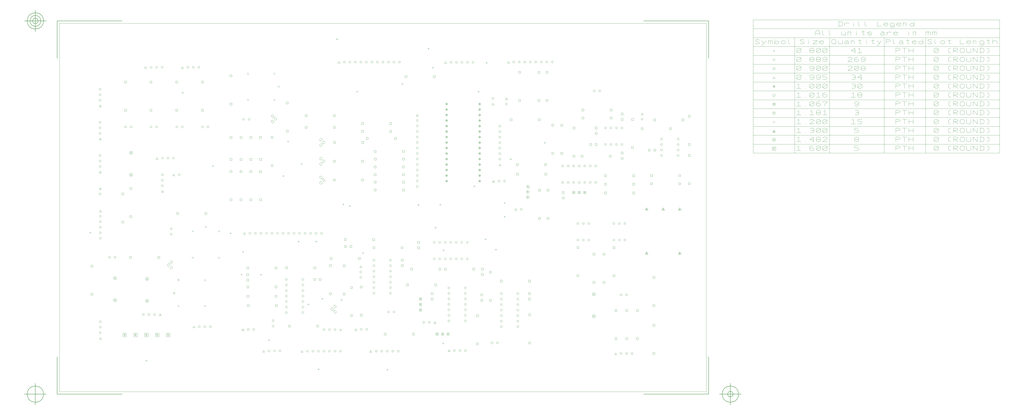
<source format=gbr>
G04 Generated by Ultiboard 13.0 *
%FSLAX33Y33*%
%MOMM*%

%ADD10C,0.001*%
%ADD11C,0.010*%
%ADD12C,0.100*%
%ADD13C,0.001*%
%ADD14C,0.127*%


G04 ColorRGB 000000 for the following layer *
%LNDrill Symbols-Copper Top-Copper Bottom*%
%LPD*%
G54D11*
X114180Y40300D02*
X114980Y40300D01*
X114580Y39900D02*
X114580Y40700D01*
X44156Y122200D02*
G75*
D01*
G02X44156Y122200I444J0*
G01*
X41616Y122200D02*
G75*
D01*
G02X41616Y122200I444J0*
G01*
X56056Y122200D02*
G75*
D01*
G02X56056Y122200I444J0*
G01*
X53516Y122200D02*
G75*
D01*
G02X53516Y122200I444J0*
G01*
X67856Y122200D02*
G75*
D01*
G02X67856Y122200I444J0*
G01*
X65316Y122200D02*
G75*
D01*
G02X65316Y122200I444J0*
G01*
X32456Y122200D02*
G75*
D01*
G02X32456Y122200I444J0*
G01*
X29916Y122200D02*
G75*
D01*
G02X29916Y122200I444J0*
G01*
X172760Y75680D02*
X173560Y75680D01*
X173160Y75280D02*
X173160Y76080D01*
X129400Y42340D02*
X130200Y42340D01*
X129800Y41940D02*
X129800Y42740D01*
X196190Y69910D02*
X196190Y70710D01*
X195790Y70310D02*
X196590Y70310D01*
X102620Y99530D02*
X103420Y99530D01*
X103020Y99130D02*
X103020Y99930D01*
X96440Y23420D02*
X96440Y24220D01*
X96040Y23820D02*
X96840Y23820D01*
X200930Y65170D02*
X200930Y65970D01*
X200530Y65570D02*
X201330Y65570D01*
X151016Y36800D02*
G75*
D01*
G02X151016Y36800I444J0*
G01*
X153556Y36800D02*
G75*
D01*
G02X153556Y36800I444J0*
G01*
X193950Y44250D02*
X194850Y44250D01*
X194850Y45150D01*
X193950Y45150D01*
X193950Y44250D01*
X193950Y41750D02*
X194850Y41750D01*
X194850Y42650D01*
X193950Y42650D01*
X193950Y41750D01*
X50956Y72700D02*
G75*
D01*
G02X50956Y72700I444J0*
G01*
X50956Y75240D02*
G75*
D01*
G02X50956Y75240I444J0*
G01*
X139150Y114650D02*
X140050Y114650D01*
X140050Y115550D01*
X139150Y115550D01*
X139150Y114650D01*
X126150Y114650D02*
X127050Y114650D01*
X127050Y115550D01*
X126150Y115550D01*
X126150Y114650D01*
X139050Y105950D02*
X139950Y105950D01*
X139950Y106850D01*
X139050Y106850D01*
X139050Y105950D01*
X126050Y105950D02*
X126950Y105950D01*
X126950Y106850D01*
X126050Y106850D01*
X126050Y105950D01*
X139050Y97250D02*
X139950Y97250D01*
X139950Y98150D01*
X139050Y98150D01*
X139050Y97250D01*
X126050Y97250D02*
X126950Y97250D01*
X126950Y98150D01*
X126050Y98150D01*
X126050Y97250D01*
X52003Y99603D02*
X52997Y99603D01*
X52500Y100452D01*
X52003Y99603D01*
X54596Y100100D02*
G75*
D01*
G02X54596Y100100I444J0*
G01*
X111450Y104630D02*
X111450Y105430D01*
X111050Y105030D02*
X111850Y105030D01*
X127370Y162730D02*
X128170Y162730D01*
X127770Y162330D02*
X127770Y163130D01*
X92720Y53580D02*
X92720Y54380D01*
X92320Y53980D02*
X93120Y53980D01*
X109720Y69340D02*
X110520Y69340D01*
X110120Y68940D02*
X110120Y69740D01*
X130660Y86070D02*
X130660Y86870D01*
X130260Y86470D02*
X131060Y86470D01*
X104335Y132815D02*
X105235Y132815D01*
X105235Y133715D01*
X104335Y133715D01*
X104335Y132815D01*
X104335Y119815D02*
X105235Y119815D01*
X105235Y120715D01*
X104335Y120715D01*
X104335Y119815D01*
X119550Y51350D02*
X120450Y51350D01*
X120450Y52250D01*
X119550Y52250D01*
X119550Y51350D01*
X117050Y51350D02*
X117950Y51350D01*
X117950Y52250D01*
X117050Y52250D01*
X117050Y51350D01*
X41550Y129450D02*
X42450Y129450D01*
X42450Y130350D01*
X41550Y130350D01*
X41550Y129450D01*
X41550Y142450D02*
X42450Y142450D01*
X42450Y143350D01*
X41550Y143350D01*
X41550Y142450D01*
X78420Y132330D02*
X79320Y132330D01*
X79320Y133230D01*
X78420Y133230D01*
X78420Y132330D01*
X78420Y145330D02*
X79320Y145330D01*
X79320Y146230D01*
X78420Y146230D01*
X78420Y145330D01*
X29850Y129450D02*
X30750Y129450D01*
X30750Y130350D01*
X29850Y130350D01*
X29850Y129450D01*
X29850Y142450D02*
X30750Y142450D01*
X30750Y143350D01*
X29850Y143350D01*
X29850Y142450D01*
X65350Y129450D02*
X66250Y129450D01*
X66250Y130350D01*
X65350Y130350D01*
X65350Y129450D01*
X65350Y142450D02*
X66250Y142450D01*
X66250Y143350D01*
X65350Y143350D01*
X65350Y142450D01*
X32250Y80350D02*
X33150Y80350D01*
X33150Y81250D01*
X32250Y81250D01*
X32250Y80350D01*
X32250Y93350D02*
X33150Y93350D01*
X33150Y94250D01*
X32250Y94250D01*
X32250Y93350D01*
X28550Y77850D02*
X29450Y77850D01*
X29450Y78750D01*
X28550Y78750D01*
X28550Y77850D01*
X28550Y90850D02*
X29450Y90850D01*
X29450Y91750D01*
X28550Y91750D01*
X28550Y90850D01*
X53450Y129450D02*
X54350Y129450D01*
X54350Y130350D01*
X53450Y130350D01*
X53450Y129450D01*
X53450Y142450D02*
X54350Y142450D01*
X54350Y143350D01*
X53450Y143350D01*
X53450Y142450D01*
X84256Y125700D02*
G75*
D01*
G02X84256Y125700I444J0*
G01*
X86796Y125700D02*
G75*
D01*
G02X86796Y125700I444J0*
G01*
X174850Y86370D02*
X175650Y86370D01*
X175250Y85970D02*
X175250Y86770D01*
X117720Y69340D02*
X118520Y69340D01*
X118120Y68940D02*
X118120Y69740D01*
X83780Y53660D02*
X83780Y54460D01*
X83380Y54060D02*
X84180Y54060D01*
X176640Y21920D02*
X176640Y22720D01*
X176240Y22320D02*
X177040Y22320D01*
X190540Y94780D02*
X191340Y94780D01*
X190940Y94380D02*
X190940Y95180D01*
X56260Y137980D02*
X57060Y137980D01*
X56660Y137580D02*
X56660Y138380D01*
X211350Y133950D02*
X212250Y133950D01*
X212250Y134850D01*
X211350Y134850D01*
X211350Y133950D01*
X211350Y146950D02*
X212250Y146950D01*
X212250Y147850D01*
X211350Y147850D01*
X211350Y146950D01*
X224025Y146990D02*
X224925Y146990D01*
X224925Y147890D01*
X224025Y147890D01*
X224025Y146990D01*
X224025Y133990D02*
X224925Y133990D01*
X224925Y134890D01*
X224025Y134890D01*
X224025Y133990D01*
X133650Y85400D02*
X133650Y86200D01*
X133250Y85800D02*
X134050Y85800D01*
X139290Y64000D02*
X140090Y64000D01*
X139690Y63600D02*
X139690Y64400D01*
X70110Y104210D02*
X70910Y104210D01*
X70510Y103810D02*
X70510Y104610D01*
X133935Y47700D02*
X134835Y47700D01*
X134835Y48600D01*
X133935Y48600D01*
X133935Y47700D01*
X133935Y34700D02*
X134835Y34700D01*
X134835Y35600D01*
X133935Y35600D01*
X133935Y34700D01*
X207380Y107335D02*
X208180Y107335D01*
X207780Y106935D02*
X207780Y107735D01*
X258650Y109750D02*
X259550Y109750D01*
X259550Y110650D01*
X258650Y110650D01*
X258650Y109750D01*
X258650Y107250D02*
X259550Y107250D01*
X259550Y108150D01*
X258650Y108150D01*
X258650Y107250D01*
X258650Y127750D02*
X259550Y127750D01*
X259550Y128650D01*
X258650Y128650D01*
X258650Y127750D01*
X258650Y125250D02*
X259550Y125250D01*
X259550Y126150D01*
X258650Y126150D01*
X258650Y125250D01*
X248388Y138800D02*
G75*
D01*
G02X248388Y138800I444J0*
G01*
X245848Y138800D02*
G75*
D01*
G02X245848Y138800I444J0*
G01*
X171050Y42350D02*
X171950Y42350D01*
X171950Y43250D01*
X171050Y43250D01*
X171050Y42350D01*
X171050Y44850D02*
X171950Y44850D01*
X171950Y45750D01*
X171050Y45750D01*
X171050Y44850D01*
X246650Y118750D02*
X247550Y118750D01*
X247550Y119650D01*
X246650Y119650D01*
X246650Y118750D01*
X246650Y121250D02*
X247550Y121250D01*
X247550Y122150D01*
X246650Y122150D01*
X246650Y121250D01*
X244150Y113650D02*
X245050Y113650D01*
X245050Y114550D01*
X244150Y114550D01*
X244150Y113650D01*
X246650Y113650D02*
X247550Y113650D01*
X247550Y114550D01*
X246650Y114550D01*
X246650Y113650D01*
X240150Y108250D02*
X241050Y108250D01*
X241050Y109150D01*
X240150Y109150D01*
X240150Y108250D01*
X253150Y108250D02*
X254050Y108250D01*
X254050Y109150D01*
X253150Y109150D01*
X253150Y108250D01*
X226650Y109550D02*
X227550Y109550D01*
X227550Y110450D01*
X226650Y110450D01*
X226650Y109550D01*
X226650Y122550D02*
X227550Y122550D01*
X227550Y123450D01*
X226650Y123450D01*
X226650Y122550D01*
X236410Y108260D02*
X237310Y108260D01*
X237310Y109160D01*
X236410Y109160D01*
X236410Y108260D01*
X236410Y121260D02*
X237310Y121260D01*
X237310Y122160D01*
X236410Y122160D01*
X236410Y121260D01*
X230850Y122550D02*
X231750Y122550D01*
X231750Y123450D01*
X230850Y123450D01*
X230850Y122550D01*
X230850Y109550D02*
X231750Y109550D01*
X231750Y110450D01*
X230850Y110450D01*
X230850Y109550D01*
X223020Y114910D02*
X223820Y114910D01*
X223420Y114510D02*
X223420Y115310D01*
X137005Y138085D02*
X137005Y138885D01*
X136605Y138485D02*
X137405Y138485D01*
X192565Y138485D02*
X193365Y138485D01*
X192965Y138085D02*
X192965Y138885D01*
X196660Y151390D02*
X196660Y152190D01*
X196260Y151790D02*
X197060Y151790D01*
X276836Y111540D02*
G75*
D01*
G02X276836Y111540I444J0*
G01*
X284456Y116620D02*
G75*
D01*
G02X284456Y116620I444J0*
G01*
X276836Y114080D02*
G75*
D01*
G02X276836Y114080I444J0*
G01*
X284456Y114080D02*
G75*
D01*
G02X284456Y114080I444J0*
G01*
X284456Y111540D02*
G75*
D01*
G02X284456Y111540I444J0*
G01*
X276836Y109000D02*
G75*
D01*
G02X276836Y109000I444J0*
G01*
X276836Y116620D02*
G75*
D01*
G02X276836Y116620I444J0*
G01*
X284456Y109000D02*
G75*
D01*
G02X284456Y109000I444J0*
G01*
X271150Y111050D02*
X272050Y111050D01*
X272050Y111950D01*
X271150Y111950D01*
X271150Y111050D01*
X273650Y111050D02*
X274550Y111050D01*
X274550Y111950D01*
X273650Y111950D01*
X273650Y111050D01*
X169420Y158340D02*
X170220Y158340D01*
X169820Y157940D02*
X169820Y158740D01*
X157385Y142005D02*
X158185Y142005D01*
X157785Y141605D02*
X157785Y142405D01*
X171920Y149140D02*
X171920Y149940D01*
X171520Y149540D02*
X172320Y149540D01*
X39900Y13930D02*
X39900Y14730D01*
X39500Y14330D02*
X40300Y14330D01*
X204940Y86670D02*
X204940Y87470D01*
X204540Y87070D02*
X205340Y87070D01*
X84490Y64210D02*
X84490Y65010D01*
X84090Y64610D02*
X84890Y64610D01*
X204545Y80735D02*
X205345Y80735D01*
X204945Y80335D02*
X204945Y81135D01*
X150520Y10170D02*
X151320Y10170D01*
X150920Y9770D02*
X150920Y10570D01*
X118820Y10350D02*
X119620Y10350D01*
X119220Y9950D02*
X119220Y10750D01*
X165300Y85770D02*
X165300Y86570D01*
X164900Y86170D02*
X165700Y86170D01*
X120520Y42880D02*
X121320Y42880D01*
X120920Y42480D02*
X120920Y43280D01*
X78270Y73100D02*
X79070Y73100D01*
X78670Y72700D02*
X78670Y73500D01*
X104790Y115500D02*
X105590Y115500D01*
X105190Y115100D02*
X105190Y115900D01*
X209603Y83703D02*
X210597Y83703D01*
X210100Y84552D01*
X209603Y83703D01*
X212196Y84200D02*
G75*
D01*
G02X212196Y84200I444J0*
G01*
X40676Y35600D02*
G75*
D01*
G02X40676Y35600I444J0*
G01*
X43216Y35600D02*
G75*
D01*
G02X43216Y35600I444J0*
G01*
X45703Y35103D02*
X46697Y35103D01*
X46200Y35952D01*
X45703Y35103D01*
X38136Y35600D02*
G75*
D01*
G02X38136Y35600I444J0*
G01*
X210611Y45265D02*
G75*
D01*
G02X210611Y45265I444J0*
G01*
X202991Y37645D02*
G75*
D01*
G02X202991Y37645I444J0*
G01*
X202991Y42725D02*
G75*
D01*
G02X202991Y42725I444J0*
G01*
X202991Y40185D02*
G75*
D01*
G02X202991Y40185I444J0*
G01*
X202991Y35105D02*
G75*
D01*
G02X202991Y35105I444J0*
G01*
X202991Y32565D02*
G75*
D01*
G02X202991Y32565I444J0*
G01*
X202991Y30025D02*
G75*
D01*
G02X202991Y30025I444J0*
G01*
X210611Y30025D02*
G75*
D01*
G02X210611Y30025I444J0*
G01*
X210611Y37645D02*
G75*
D01*
G02X210611Y37645I444J0*
G01*
X210611Y42725D02*
G75*
D01*
G02X210611Y42725I444J0*
G01*
X210611Y40185D02*
G75*
D01*
G02X210611Y40185I444J0*
G01*
X210611Y35105D02*
G75*
D01*
G02X210611Y35105I444J0*
G01*
X210611Y32565D02*
G75*
D01*
G02X210611Y32565I444J0*
G01*
X202991Y45265D02*
G75*
D01*
G02X202991Y45265I444J0*
G01*
X216050Y35050D02*
X216950Y35050D01*
X216950Y35950D01*
X216050Y35950D01*
X216050Y35050D01*
X216050Y22050D02*
X216950Y22050D01*
X216950Y22950D01*
X216050Y22950D01*
X216050Y22050D01*
X215950Y42350D02*
X216850Y42350D01*
X216850Y43250D01*
X215950Y43250D01*
X215950Y42350D01*
X215950Y44850D02*
X216850Y44850D01*
X216850Y45750D01*
X215950Y45750D01*
X215950Y44850D01*
X202950Y50650D02*
X203850Y50650D01*
X203850Y51550D01*
X202950Y51550D01*
X202950Y50650D01*
X215950Y50650D02*
X216850Y50650D01*
X216850Y51550D01*
X215950Y51550D01*
X215950Y50650D01*
X197950Y54750D02*
X198850Y54750D01*
X198850Y55650D01*
X197950Y55650D01*
X197950Y54750D01*
X197950Y41750D02*
X198850Y41750D01*
X198850Y42650D01*
X197950Y42650D01*
X197950Y41750D01*
X194250Y53650D02*
X195150Y53650D01*
X195150Y54550D01*
X194250Y54550D01*
X194250Y53650D01*
X194250Y56150D02*
X195150Y56150D01*
X195150Y57050D01*
X194250Y57050D01*
X194250Y56150D01*
X157350Y57750D02*
X158250Y57750D01*
X158250Y58650D01*
X157350Y58650D01*
X157350Y57750D01*
X157350Y60250D02*
X158250Y60250D01*
X158250Y61150D01*
X157350Y61150D01*
X157350Y60250D01*
X164850Y65950D02*
X165750Y65950D01*
X165750Y66850D01*
X164850Y66850D01*
X164850Y65950D01*
X164850Y68450D02*
X165750Y68450D01*
X165750Y69350D01*
X164850Y69350D01*
X164850Y68450D01*
X172750Y48850D02*
X173650Y48850D01*
X173650Y49750D01*
X172750Y49750D01*
X172750Y48850D01*
X159750Y48850D02*
X160650Y48850D01*
X160650Y49750D01*
X159750Y49750D01*
X159750Y48850D01*
X174650Y56150D02*
X175550Y56150D01*
X175550Y57050D01*
X174650Y57050D01*
X174650Y56150D01*
X161650Y56150D02*
X162550Y56150D01*
X162550Y57050D01*
X161650Y57050D01*
X161650Y56150D01*
X190250Y56150D02*
X191150Y56150D01*
X191150Y57050D01*
X190250Y57050D01*
X190250Y56150D01*
X177250Y56150D02*
X178150Y56150D01*
X178150Y57050D01*
X177250Y57050D01*
X177250Y56150D01*
X169793Y32000D02*
G75*
D01*
G02X169793Y32000I444J0*
G01*
X167253Y32000D02*
G75*
D01*
G02X167253Y32000I444J0*
G01*
X172280Y31503D02*
X173275Y31503D01*
X172777Y32352D01*
X172280Y31503D01*
X144265Y66000D02*
X145165Y66000D01*
X145165Y66900D01*
X144265Y66900D01*
X144265Y66000D01*
X157265Y66000D02*
X158165Y66000D01*
X158165Y66900D01*
X157265Y66900D01*
X157265Y66000D01*
X144150Y69750D02*
X145050Y69750D01*
X145050Y70650D01*
X144150Y70650D01*
X144150Y69750D01*
X131150Y69750D02*
X132050Y69750D01*
X132050Y70650D01*
X131150Y70650D01*
X131150Y69750D01*
X137550Y61050D02*
X138450Y61050D01*
X138450Y61950D01*
X137550Y61950D01*
X137550Y61050D01*
X124550Y61050D02*
X125450Y61050D01*
X125450Y61950D01*
X124550Y61950D01*
X124550Y61050D01*
X162450Y26150D02*
X163350Y26150D01*
X163350Y27050D01*
X162450Y27050D01*
X162450Y26150D01*
X149450Y26150D02*
X150350Y26150D01*
X150350Y27050D01*
X149450Y27050D01*
X149450Y26150D01*
X138496Y28800D02*
G75*
D01*
G02X138496Y28800I444J0*
G01*
X135903Y28303D02*
X136897Y28303D01*
X136400Y29152D01*
X135903Y28303D01*
X141036Y28800D02*
G75*
D01*
G02X141036Y28800I444J0*
G01*
X138475Y47875D02*
X139375Y47875D01*
X139375Y48775D01*
X138475Y48775D01*
X138475Y47875D01*
X138475Y34875D02*
X139375Y34875D01*
X139375Y35775D01*
X138475Y35775D01*
X138475Y34875D01*
X151936Y60710D02*
G75*
D01*
G02X151936Y60710I444J0*
G01*
X144316Y53090D02*
G75*
D01*
G02X144316Y53090I444J0*
G01*
X144316Y58170D02*
G75*
D01*
G02X144316Y58170I444J0*
G01*
X144316Y55630D02*
G75*
D01*
G02X144316Y55630I444J0*
G01*
X144316Y50550D02*
G75*
D01*
G02X144316Y50550I444J0*
G01*
X144316Y48010D02*
G75*
D01*
G02X144316Y48010I444J0*
G01*
X144316Y45470D02*
G75*
D01*
G02X144316Y45470I444J0*
G01*
X151936Y45470D02*
G75*
D01*
G02X151936Y45470I444J0*
G01*
X151936Y53090D02*
G75*
D01*
G02X151936Y53090I444J0*
G01*
X151936Y58170D02*
G75*
D01*
G02X151936Y58170I444J0*
G01*
X151936Y55630D02*
G75*
D01*
G02X151936Y55630I444J0*
G01*
X151936Y50550D02*
G75*
D01*
G02X151936Y50550I444J0*
G01*
X151936Y48010D02*
G75*
D01*
G02X151936Y48010I444J0*
G01*
X144316Y60710D02*
G75*
D01*
G02X144316Y60710I444J0*
G01*
X130550Y44650D02*
X131450Y44650D01*
X131450Y45550D01*
X130550Y45550D01*
X130550Y44650D01*
X130550Y57650D02*
X131450Y57650D01*
X131450Y58550D01*
X130550Y58550D01*
X130550Y57650D01*
X124250Y57750D02*
X125150Y57750D01*
X125150Y58650D01*
X124250Y58650D01*
X124250Y57750D01*
X124250Y44750D02*
X125150Y44750D01*
X125150Y45650D01*
X124250Y45650D01*
X124250Y44750D01*
X111616Y51765D02*
G75*
D01*
G02X111616Y51765I444J0*
G01*
X103996Y44145D02*
G75*
D01*
G02X103996Y44145I444J0*
G01*
X103996Y49225D02*
G75*
D01*
G02X103996Y49225I444J0*
G01*
X103996Y46685D02*
G75*
D01*
G02X103996Y46685I444J0*
G01*
X103996Y41605D02*
G75*
D01*
G02X103996Y41605I444J0*
G01*
X103996Y39065D02*
G75*
D01*
G02X103996Y39065I444J0*
G01*
X103996Y36525D02*
G75*
D01*
G02X103996Y36525I444J0*
G01*
X111616Y36525D02*
G75*
D01*
G02X111616Y36525I444J0*
G01*
X111616Y44145D02*
G75*
D01*
G02X111616Y44145I444J0*
G01*
X111616Y49225D02*
G75*
D01*
G02X111616Y49225I444J0*
G01*
X111616Y46685D02*
G75*
D01*
G02X111616Y46685I444J0*
G01*
X111616Y41605D02*
G75*
D01*
G02X111616Y41605I444J0*
G01*
X111616Y39065D02*
G75*
D01*
G02X111616Y39065I444J0*
G01*
X103996Y51765D02*
G75*
D01*
G02X103996Y51765I444J0*
G01*
X118350Y29850D02*
X119250Y29850D01*
X119250Y30750D01*
X118350Y30750D01*
X118350Y29850D01*
X105350Y29850D02*
X106250Y29850D01*
X106250Y30750D01*
X105350Y30750D01*
X105350Y29850D01*
X104050Y56750D02*
X104950Y56750D01*
X104950Y57650D01*
X104050Y57650D01*
X104050Y56750D01*
X117050Y56750D02*
X117950Y56750D01*
X117950Y57650D01*
X117050Y57650D01*
X117050Y56750D01*
X86195Y43565D02*
X87095Y43565D01*
X87095Y44465D01*
X86195Y44465D01*
X86195Y43565D01*
X99195Y43565D02*
X100095Y43565D01*
X100095Y44465D01*
X99195Y44465D01*
X99195Y43565D01*
X99350Y39325D02*
X100250Y39325D01*
X100250Y40225D01*
X99350Y40225D01*
X99350Y39325D01*
X86350Y39325D02*
X87250Y39325D01*
X87250Y40225D01*
X86350Y40225D01*
X86350Y39325D01*
X86185Y47935D02*
X87085Y47935D01*
X87085Y48835D01*
X86185Y48835D01*
X86185Y47935D01*
X99185Y47935D02*
X100085Y47935D01*
X100085Y48835D01*
X99185Y48835D01*
X99185Y47935D01*
X99150Y56650D02*
X100050Y56650D01*
X100050Y57550D01*
X99150Y57550D01*
X99150Y56650D01*
X86150Y56650D02*
X87050Y56650D01*
X87050Y57550D01*
X86150Y57550D01*
X86150Y56650D01*
X86396Y28700D02*
G75*
D01*
G02X86396Y28700I444J0*
G01*
X83803Y28203D02*
X84797Y28203D01*
X84300Y29052D01*
X83803Y28203D01*
X88936Y28700D02*
G75*
D01*
G02X88936Y28700I444J0*
G01*
X32150Y61550D02*
X33050Y61550D01*
X33050Y62450D01*
X32150Y62450D01*
X32150Y61550D01*
X45150Y61550D02*
X46050Y61550D01*
X46050Y62450D01*
X45150Y62450D01*
X45150Y61550D01*
X14350Y57550D02*
X15250Y57550D01*
X15250Y58450D01*
X14350Y58450D01*
X14350Y57550D01*
X14350Y44550D02*
X15250Y44550D01*
X15250Y45450D01*
X14350Y45450D01*
X14350Y44550D01*
X49436Y107800D02*
G75*
D01*
G02X49436Y107800I444J0*
G01*
X46896Y107800D02*
G75*
D01*
G02X46896Y107800I444J0*
G01*
X44303Y107303D02*
X45297Y107303D01*
X44800Y108152D01*
X44303Y107303D01*
X51976Y107800D02*
G75*
D01*
G02X51976Y107800I444J0*
G01*
X87550Y101150D02*
X88450Y101150D01*
X88450Y102050D01*
X87550Y102050D01*
X87550Y101150D01*
X87550Y88150D02*
X88450Y88150D01*
X88450Y89050D01*
X87550Y89050D01*
X87550Y88150D01*
X83050Y101150D02*
X83950Y101150D01*
X83950Y102050D01*
X83050Y102050D01*
X83050Y101150D01*
X83050Y88150D02*
X83950Y88150D01*
X83950Y89050D01*
X83050Y89050D01*
X83050Y88150D01*
X92050Y101150D02*
X92950Y101150D01*
X92950Y102050D01*
X92050Y102050D01*
X92050Y101150D01*
X92050Y88150D02*
X92950Y88150D01*
X92950Y89050D01*
X92050Y89050D01*
X92050Y88150D01*
X78450Y101150D02*
X79350Y101150D01*
X79350Y102050D01*
X78450Y102050D01*
X78450Y101150D01*
X78450Y88150D02*
X79350Y88150D01*
X79350Y89050D01*
X78450Y89050D01*
X78450Y88150D01*
X78450Y116910D02*
X79350Y116910D01*
X79350Y117810D01*
X78450Y117810D01*
X78450Y116910D01*
X78450Y106750D02*
X79350Y106750D01*
X79350Y107650D01*
X78450Y107650D01*
X78450Y106750D01*
X83050Y116910D02*
X83950Y116910D01*
X83950Y117810D01*
X83050Y117810D01*
X83050Y116910D01*
X83050Y106750D02*
X83950Y106750D01*
X83950Y107650D01*
X83050Y107650D01*
X83050Y106750D01*
X87550Y116910D02*
X88450Y116910D01*
X88450Y117810D01*
X87550Y117810D01*
X87550Y116910D01*
X87550Y106750D02*
X88450Y106750D01*
X88450Y107650D01*
X87550Y107650D01*
X87550Y106750D01*
X92050Y116910D02*
X92950Y116910D01*
X92950Y117810D01*
X92050Y117810D01*
X92050Y116910D01*
X92050Y106750D02*
X92950Y106750D01*
X92950Y107650D01*
X92050Y107650D01*
X92050Y106750D01*
X97350Y116950D02*
X98250Y116950D01*
X98250Y117850D01*
X97350Y117850D01*
X97350Y116950D01*
X97350Y103950D02*
X98250Y103950D01*
X98250Y104850D01*
X97350Y104850D01*
X97350Y103950D01*
X53850Y81850D02*
X54750Y81850D01*
X54750Y82750D01*
X53850Y82750D01*
X53850Y81850D01*
X66850Y81850D02*
X67750Y81850D01*
X67750Y82750D01*
X66850Y82750D01*
X66850Y81850D01*
X133236Y152100D02*
G75*
D01*
G02X133236Y152100I444J0*
G01*
X128103Y151603D02*
X129097Y151603D01*
X128600Y152452D01*
X128103Y151603D01*
X130696Y152100D02*
G75*
D01*
G02X130696Y152100I444J0*
G01*
X148476Y152100D02*
G75*
D01*
G02X148476Y152100I444J0*
G01*
X140856Y152100D02*
G75*
D01*
G02X140856Y152100I444J0*
G01*
X135776Y152100D02*
G75*
D01*
G02X135776Y152100I444J0*
G01*
X138316Y152100D02*
G75*
D01*
G02X138316Y152100I444J0*
G01*
X143396Y152100D02*
G75*
D01*
G02X143396Y152100I444J0*
G01*
X145936Y152100D02*
G75*
D01*
G02X145936Y152100I444J0*
G01*
X156096Y152100D02*
G75*
D01*
G02X156096Y152100I444J0*
G01*
X151016Y152100D02*
G75*
D01*
G02X151016Y152100I444J0*
G01*
X153556Y152100D02*
G75*
D01*
G02X153556Y152100I444J0*
G01*
X172050Y144950D02*
X172950Y144950D01*
X172950Y145850D01*
X172050Y145850D01*
X172050Y144950D01*
X159050Y144950D02*
X159950Y144950D01*
X159950Y145850D01*
X159050Y145850D01*
X159050Y144950D01*
X179796Y152000D02*
G75*
D01*
G02X179796Y152000I444J0*
G01*
X177203Y151503D02*
X178197Y151503D01*
X177700Y152352D01*
X177203Y151503D01*
X182336Y152000D02*
G75*
D01*
G02X182336Y152000I444J0*
G01*
X187416Y152000D02*
G75*
D01*
G02X187416Y152000I444J0*
G01*
X184876Y152000D02*
G75*
D01*
G02X184876Y152000I444J0*
G01*
X189956Y152000D02*
G75*
D01*
G02X189956Y152000I444J0*
G01*
X18156Y106480D02*
G75*
D01*
G02X18156Y106480I444J0*
G01*
X18156Y103940D02*
G75*
D01*
G02X18156Y103940I444J0*
G01*
X18103Y100903D02*
X19097Y100903D01*
X18600Y101752D01*
X18103Y100903D01*
X18156Y109020D02*
G75*
D01*
G02X18156Y109020I444J0*
G01*
X46856Y97580D02*
G75*
D01*
G02X46856Y97580I444J0*
G01*
X46856Y95040D02*
G75*
D01*
G02X46856Y95040I444J0*
G01*
X46803Y92003D02*
X47797Y92003D01*
X47300Y92852D01*
X46803Y92003D01*
X46856Y100120D02*
G75*
D01*
G02X46856Y100120I444J0*
G01*
X61136Y149700D02*
G75*
D01*
G02X61136Y149700I444J0*
G01*
X58596Y149700D02*
G75*
D01*
G02X58596Y149700I444J0*
G01*
X56003Y149203D02*
X56997Y149203D01*
X56500Y150052D01*
X56003Y149203D01*
X63676Y149700D02*
G75*
D01*
G02X63676Y149700I444J0*
G01*
X44216Y149719D02*
G75*
D01*
G02X44216Y149719I445J0*
G01*
X41676Y149719D02*
G75*
D01*
G02X41676Y149719I445J0*
G01*
X39083Y149222D02*
X40078Y149222D01*
X39581Y150071D01*
X39083Y149222D01*
X46756Y149719D02*
G75*
D01*
G02X46756Y149719I445J0*
G01*
X18256Y29780D02*
G75*
D01*
G02X18256Y29780I444J0*
G01*
X18256Y27240D02*
G75*
D01*
G02X18256Y27240I444J0*
G01*
X18203Y24203D02*
X19197Y24203D01*
X18700Y25052D01*
X18203Y24203D01*
X18256Y32320D02*
G75*
D01*
G02X18256Y32320I444J0*
G01*
X66436Y30000D02*
G75*
D01*
G02X66436Y30000I444J0*
G01*
X63896Y30000D02*
G75*
D01*
G02X63896Y30000I444J0*
G01*
X61303Y29503D02*
X62297Y29503D01*
X61800Y30352D01*
X61303Y29503D01*
X68976Y30000D02*
G75*
D01*
G02X68976Y30000I444J0*
G01*
X113050Y126950D02*
X113950Y126950D01*
X113950Y127850D01*
X113050Y127850D01*
X113050Y126950D01*
X126050Y126950D02*
X126950Y126950D01*
X126950Y127850D01*
X126050Y127850D01*
X126050Y126950D01*
X126050Y121550D02*
X126950Y121550D01*
X126950Y122450D01*
X126050Y122450D01*
X126050Y121550D01*
X113050Y121550D02*
X113950Y121550D01*
X113950Y122450D01*
X113050Y122450D01*
X113050Y121550D01*
X18156Y137080D02*
G75*
D01*
G02X18156Y137080I444J0*
G01*
X18156Y134540D02*
G75*
D01*
G02X18156Y134540I444J0*
G01*
X18103Y131503D02*
X19097Y131503D01*
X18600Y132352D01*
X18103Y131503D01*
X18156Y139620D02*
G75*
D01*
G02X18156Y139620I444J0*
G01*
X18103Y93303D02*
X19097Y93303D01*
X18600Y94152D01*
X18103Y93303D01*
X18156Y91260D02*
G75*
D01*
G02X18156Y91260I444J0*
G01*
X144850Y92650D02*
X145750Y92650D01*
X145750Y93550D01*
X144850Y93550D01*
X144850Y92650D01*
X157850Y92650D02*
X158750Y92650D01*
X158750Y93550D01*
X157850Y93550D01*
X157850Y92650D01*
X144850Y96250D02*
X145750Y96250D01*
X145750Y97150D01*
X144850Y97150D01*
X144850Y96250D01*
X157850Y96250D02*
X158750Y96250D01*
X158750Y97150D01*
X157850Y97150D01*
X157850Y96250D01*
X144830Y99700D02*
X145730Y99700D01*
X145730Y100600D01*
X144830Y100600D01*
X144830Y99700D01*
X157830Y99700D02*
X158730Y99700D01*
X158730Y100600D01*
X157830Y100600D01*
X157830Y99700D01*
X144800Y103310D02*
X145700Y103310D01*
X145700Y104210D01*
X144800Y104210D01*
X144800Y103310D01*
X157800Y103310D02*
X158700Y103310D01*
X158700Y104210D01*
X157800Y104210D01*
X157800Y103310D01*
X144880Y106955D02*
X145780Y106955D01*
X145780Y107855D01*
X144880Y107855D01*
X144880Y106955D01*
X157880Y106955D02*
X158780Y106955D01*
X158780Y107855D01*
X157880Y107855D01*
X157880Y106955D01*
X144865Y110445D02*
X145765Y110445D01*
X145765Y111345D01*
X144865Y111345D01*
X144865Y110445D01*
X157865Y110445D02*
X158765Y110445D01*
X158765Y111345D01*
X157865Y111345D01*
X157865Y110445D01*
X141150Y116450D02*
X142050Y116450D01*
X142050Y117350D01*
X141150Y117350D01*
X141150Y116450D01*
X154150Y116450D02*
X155050Y116450D01*
X155050Y117350D01*
X154150Y117350D01*
X154150Y116450D01*
X198656Y22500D02*
G75*
D01*
G02X198656Y22500I444J0*
G01*
X201196Y22500D02*
G75*
D01*
G02X201196Y22500I444J0*
G01*
X138276Y55240D02*
G75*
D01*
G02X138276Y55240I444J0*
G01*
X138223Y57283D02*
X139217Y57283D01*
X138720Y58132D01*
X138223Y57283D01*
X138276Y52700D02*
G75*
D01*
G02X138276Y52700I444J0*
G01*
X123876Y28700D02*
G75*
D01*
G02X123876Y28700I444J0*
G01*
X126416Y28700D02*
G75*
D01*
G02X126416Y28700I444J0*
G01*
X128903Y28203D02*
X129897Y28203D01*
X129400Y29052D01*
X128903Y28203D01*
X121336Y28700D02*
G75*
D01*
G02X121336Y28700I444J0*
G01*
X97856Y32800D02*
G75*
D01*
G02X97856Y32800I444J0*
G01*
X97856Y30260D02*
G75*
D01*
G02X97856Y30260I444J0*
G01*
X25056Y62000D02*
G75*
D01*
G02X25056Y62000I444J0*
G01*
X22516Y62000D02*
G75*
D01*
G02X22516Y62000I444J0*
G01*
X164256Y99760D02*
G75*
D01*
G02X164256Y99760I444J0*
G01*
X164256Y115000D02*
G75*
D01*
G02X164256Y115000I444J0*
G01*
X164256Y122620D02*
G75*
D01*
G02X164256Y122620I444J0*
G01*
X164203Y127203D02*
X165197Y127203D01*
X164700Y128052D01*
X164203Y127203D01*
X164256Y125160D02*
G75*
D01*
G02X164256Y125160I444J0*
G01*
X164256Y120080D02*
G75*
D01*
G02X164256Y120080I444J0*
G01*
X164256Y117540D02*
G75*
D01*
G02X164256Y117540I444J0*
G01*
X164256Y107380D02*
G75*
D01*
G02X164256Y107380I444J0*
G01*
X164256Y112460D02*
G75*
D01*
G02X164256Y112460I444J0*
G01*
X164256Y109920D02*
G75*
D01*
G02X164256Y109920I444J0*
G01*
X164256Y102300D02*
G75*
D01*
G02X164256Y102300I444J0*
G01*
X164256Y104840D02*
G75*
D01*
G02X164256Y104840I444J0*
G01*
X164256Y94680D02*
G75*
D01*
G02X164256Y94680I444J0*
G01*
X164256Y97220D02*
G75*
D01*
G02X164256Y97220I444J0*
G01*
X115136Y73100D02*
G75*
D01*
G02X115136Y73100I444J0*
G01*
X97356Y73100D02*
G75*
D01*
G02X97356Y73100I444J0*
G01*
X89736Y73100D02*
G75*
D01*
G02X89736Y73100I444J0*
G01*
X84603Y72603D02*
X85597Y72603D01*
X85100Y73452D01*
X84603Y72603D01*
X87196Y73100D02*
G75*
D01*
G02X87196Y73100I444J0*
G01*
X92276Y73100D02*
G75*
D01*
G02X92276Y73100I444J0*
G01*
X94816Y73100D02*
G75*
D01*
G02X94816Y73100I444J0*
G01*
X104976Y73100D02*
G75*
D01*
G02X104976Y73100I444J0*
G01*
X99896Y73100D02*
G75*
D01*
G02X99896Y73100I444J0*
G01*
X102436Y73100D02*
G75*
D01*
G02X102436Y73100I444J0*
G01*
X112596Y73100D02*
G75*
D01*
G02X112596Y73100I444J0*
G01*
X107516Y73100D02*
G75*
D01*
G02X107516Y73100I444J0*
G01*
X110056Y73100D02*
G75*
D01*
G02X110056Y73100I444J0*
G01*
X120216Y73100D02*
G75*
D01*
G02X120216Y73100I444J0*
G01*
X117676Y73100D02*
G75*
D01*
G02X117676Y73100I444J0*
G01*
X201961Y97205D02*
G75*
D01*
G02X201961Y97205I444J0*
G01*
X199368Y96708D02*
X200362Y96708D01*
X199865Y97557D01*
X199368Y96708D01*
X204501Y97205D02*
G75*
D01*
G02X204501Y97205I444J0*
G01*
X202336Y122575D02*
G75*
D01*
G02X202336Y122575I444J0*
G01*
X202283Y104298D02*
X203277Y104298D01*
X202780Y105147D01*
X202283Y104298D01*
X202336Y109875D02*
G75*
D01*
G02X202336Y109875I444J0*
G01*
X202336Y107335D02*
G75*
D01*
G02X202336Y107335I444J0*
G01*
X202336Y112415D02*
G75*
D01*
G02X202336Y112415I444J0*
G01*
X202336Y117495D02*
G75*
D01*
G02X202336Y117495I444J0*
G01*
X202336Y114955D02*
G75*
D01*
G02X202336Y114955I444J0*
G01*
X202336Y120035D02*
G75*
D01*
G02X202336Y120035I444J0*
G01*
X199103Y132303D02*
X200097Y132303D01*
X199600Y133152D01*
X199103Y132303D01*
X199156Y135340D02*
G75*
D01*
G02X199156Y135340I444J0*
G01*
X205356Y132760D02*
G75*
D01*
G02X205356Y132760I444J0*
G01*
X205303Y134803D02*
X206297Y134803D01*
X205800Y135652D01*
X205303Y134803D01*
X220285Y146930D02*
X221185Y146930D01*
X221185Y147830D01*
X220285Y147830D01*
X220285Y146930D01*
X220285Y133930D02*
X221185Y133930D01*
X221185Y134830D01*
X220285Y134830D01*
X220285Y133930D01*
X210350Y104350D02*
X211250Y104350D01*
X211250Y105250D01*
X210350Y105250D01*
X210350Y104350D01*
X223350Y104350D02*
X224250Y104350D01*
X224250Y105250D01*
X223350Y105250D01*
X223350Y104350D01*
X223450Y99950D02*
X224350Y99950D01*
X224350Y100850D01*
X223450Y100850D01*
X223450Y99950D01*
X210450Y99950D02*
X211350Y99950D01*
X211350Y100850D01*
X210450Y100850D01*
X210450Y99950D01*
X224450Y92550D02*
X225350Y92550D01*
X225350Y93450D01*
X224450Y93450D01*
X224450Y92550D01*
X224450Y79550D02*
X225350Y79550D01*
X225350Y80450D01*
X224450Y80450D01*
X224450Y79550D01*
X220550Y79550D02*
X221450Y79550D01*
X221450Y80450D01*
X220550Y80450D01*
X220550Y79550D01*
X220550Y92550D02*
X221450Y92550D01*
X221450Y93450D01*
X220550Y93450D01*
X220550Y92550D01*
X231450Y88950D02*
X232350Y88950D01*
X232350Y89850D01*
X231450Y89850D01*
X231450Y88950D01*
X231450Y91450D02*
X232350Y91450D01*
X232350Y92350D01*
X231450Y92350D01*
X231450Y91450D01*
X263950Y99250D02*
X264850Y99250D01*
X264850Y100150D01*
X263950Y100150D01*
X263950Y99250D01*
X250950Y99250D02*
X251850Y99250D01*
X251850Y100150D01*
X250950Y100150D01*
X250950Y99250D01*
X250950Y95350D02*
X251850Y95350D01*
X251850Y96250D01*
X250950Y96250D01*
X250950Y95350D01*
X263950Y95350D02*
X264850Y95350D01*
X264850Y96250D01*
X263950Y96250D01*
X263950Y95350D01*
X263965Y91290D02*
X264865Y91290D01*
X264865Y92190D01*
X263965Y92190D01*
X263965Y91290D01*
X250965Y91290D02*
X251865Y91290D01*
X251865Y92190D01*
X250965Y92190D01*
X250965Y91290D01*
X263450Y125250D02*
X264350Y125250D01*
X264350Y126150D01*
X263450Y126150D01*
X263450Y125250D01*
X263450Y112250D02*
X264350Y112250D01*
X264350Y113150D01*
X263450Y113150D01*
X263450Y112250D01*
X253550Y129550D02*
X254450Y129550D01*
X254450Y130450D01*
X253550Y130450D01*
X253550Y129550D01*
X240550Y129550D02*
X241450Y129550D01*
X241450Y130450D01*
X240550Y130450D01*
X240550Y129550D01*
X253550Y125850D02*
X254450Y125850D01*
X254450Y126750D01*
X253550Y126750D01*
X253550Y125850D01*
X240550Y125850D02*
X241450Y125850D01*
X241450Y126750D01*
X240550Y126750D01*
X240550Y125850D01*
X267803Y127803D02*
X268797Y127803D01*
X268300Y128652D01*
X267803Y127803D01*
X267856Y125760D02*
G75*
D01*
G02X267856Y125760I444J0*
G01*
X286650Y124950D02*
X287550Y124950D01*
X287550Y125850D01*
X286650Y125850D01*
X286650Y124950D01*
X273650Y124950D02*
X274550Y124950D01*
X274550Y125850D01*
X273650Y125850D01*
X273650Y124950D01*
X267850Y120950D02*
X268750Y120950D01*
X268750Y121850D01*
X267850Y121850D01*
X267850Y120950D01*
X280850Y120950D02*
X281750Y120950D01*
X281750Y121850D01*
X280850Y121850D01*
X280850Y120950D01*
X289550Y126650D02*
X290450Y126650D01*
X290450Y127550D01*
X289550Y127550D01*
X289550Y126650D01*
X289550Y113650D02*
X290450Y113650D01*
X290450Y114550D01*
X289550Y114550D01*
X289550Y113650D01*
X289550Y108550D02*
X290450Y108550D01*
X290450Y109450D01*
X289550Y109450D01*
X289550Y108550D01*
X289550Y95550D02*
X290450Y95550D01*
X290450Y96450D01*
X289550Y96450D01*
X289550Y95550D01*
X285150Y99350D02*
X286050Y99350D01*
X286050Y100250D01*
X285150Y100250D01*
X285150Y99350D01*
X272150Y99350D02*
X273050Y99350D01*
X273050Y100250D01*
X272150Y100250D01*
X272150Y99350D01*
X285150Y95550D02*
X286050Y95550D01*
X286050Y96450D01*
X285150Y96450D01*
X285150Y95550D01*
X272150Y95550D02*
X273050Y95550D01*
X273050Y96450D01*
X272150Y96450D01*
X272150Y95550D01*
X191950Y21650D02*
X192850Y21650D01*
X192850Y22550D01*
X191950Y22550D01*
X191950Y21650D01*
X191950Y34650D02*
X192850Y34650D01*
X192850Y35550D01*
X191950Y35550D01*
X191950Y34650D01*
X172116Y68910D02*
G75*
D01*
G02X172116Y68910I444J0*
G01*
X179736Y61290D02*
G75*
D01*
G02X179736Y61290I444J0*
G01*
X174656Y61290D02*
G75*
D01*
G02X174656Y61290I444J0*
G01*
X177196Y61290D02*
G75*
D01*
G02X177196Y61290I444J0*
G01*
X182276Y61290D02*
G75*
D01*
G02X182276Y61290I444J0*
G01*
X184816Y61290D02*
G75*
D01*
G02X184816Y61290I444J0*
G01*
X187356Y61290D02*
G75*
D01*
G02X187356Y61290I444J0*
G01*
X187356Y68910D02*
G75*
D01*
G02X187356Y68910I444J0*
G01*
X179736Y68910D02*
G75*
D01*
G02X179736Y68910I444J0*
G01*
X174656Y68910D02*
G75*
D01*
G02X174656Y68910I444J0*
G01*
X177196Y68910D02*
G75*
D01*
G02X177196Y68910I444J0*
G01*
X182276Y68910D02*
G75*
D01*
G02X182276Y68910I444J0*
G01*
X184816Y68910D02*
G75*
D01*
G02X184816Y68910I444J0*
G01*
X172116Y61290D02*
G75*
D01*
G02X172116Y61290I444J0*
G01*
X186476Y47900D02*
G75*
D01*
G02X186476Y47900I444J0*
G01*
X178856Y40280D02*
G75*
D01*
G02X178856Y40280I444J0*
G01*
X178856Y45360D02*
G75*
D01*
G02X178856Y45360I444J0*
G01*
X178856Y42820D02*
G75*
D01*
G02X178856Y42820I444J0*
G01*
X178856Y37740D02*
G75*
D01*
G02X178856Y37740I444J0*
G01*
X178856Y35200D02*
G75*
D01*
G02X178856Y35200I444J0*
G01*
X178856Y32660D02*
G75*
D01*
G02X178856Y32660I444J0*
G01*
X186476Y32660D02*
G75*
D01*
G02X186476Y32660I444J0*
G01*
X186476Y40280D02*
G75*
D01*
G02X186476Y40280I444J0*
G01*
X186476Y45360D02*
G75*
D01*
G02X186476Y45360I444J0*
G01*
X186476Y42820D02*
G75*
D01*
G02X186476Y42820I444J0*
G01*
X186476Y37740D02*
G75*
D01*
G02X186476Y37740I444J0*
G01*
X186476Y35200D02*
G75*
D01*
G02X186476Y35200I444J0*
G01*
X178856Y47900D02*
G75*
D01*
G02X178856Y47900I444J0*
G01*
X133685Y66615D02*
X134585Y66615D01*
X134585Y67515D01*
X133685Y67515D01*
X133685Y66615D01*
X131185Y66615D02*
X132085Y66615D01*
X132085Y67515D01*
X131185Y67515D01*
X131185Y66615D01*
X86150Y51050D02*
X87050Y51050D01*
X87050Y51950D01*
X86150Y51950D01*
X86150Y51050D01*
X86150Y53550D02*
X87050Y53550D01*
X87050Y54450D01*
X86150Y54450D01*
X86150Y53550D01*
X243956Y96560D02*
G75*
D01*
G02X243956Y96560I444J0*
G01*
X246496Y96560D02*
G75*
D01*
G02X246496Y96560I444J0*
G01*
X241416Y96560D02*
G75*
D01*
G02X241416Y96560I444J0*
G01*
X236336Y96560D02*
G75*
D01*
G02X236336Y96560I444J0*
G01*
X238876Y96560D02*
G75*
D01*
G02X238876Y96560I444J0*
G01*
X233796Y96560D02*
G75*
D01*
G02X233796Y96560I444J0*
G01*
X231256Y104180D02*
G75*
D01*
G02X231256Y104180I444J0*
G01*
X246496Y104180D02*
G75*
D01*
G02X246496Y104180I444J0*
G01*
X243956Y104180D02*
G75*
D01*
G02X243956Y104180I444J0*
G01*
X241416Y104180D02*
G75*
D01*
G02X241416Y104180I444J0*
G01*
X236336Y104180D02*
G75*
D01*
G02X236336Y104180I444J0*
G01*
X238876Y104180D02*
G75*
D01*
G02X238876Y104180I444J0*
G01*
X233796Y104180D02*
G75*
D01*
G02X233796Y104180I444J0*
G01*
X231256Y96560D02*
G75*
D01*
G02X231256Y96560I444J0*
G01*
X258588Y114126D02*
G75*
D01*
G02X258588Y114126I445J0*
G01*
X256048Y121746D02*
G75*
D01*
G02X256048Y121746I445J0*
G01*
X250968Y121746D02*
G75*
D01*
G02X250968Y121746I445J0*
G01*
X253508Y121746D02*
G75*
D01*
G02X253508Y121746I445J0*
G01*
X250968Y114126D02*
G75*
D01*
G02X250968Y114126I445J0*
G01*
X256048Y114126D02*
G75*
D01*
G02X256048Y114126I445J0*
G01*
X253508Y114126D02*
G75*
D01*
G02X253508Y114126I445J0*
G01*
X258588Y121746D02*
G75*
D01*
G02X258588Y121746I445J0*
G01*
X220450Y125050D02*
X221350Y125050D01*
X221350Y125950D01*
X220450Y125950D01*
X220450Y125050D01*
X207450Y125050D02*
X208350Y125050D01*
X208350Y125950D01*
X207450Y125950D01*
X207450Y125050D01*
X260736Y17600D02*
G75*
D01*
G02X260736Y17600I444J0*
G01*
X258196Y17600D02*
G75*
D01*
G02X258196Y17600I444J0*
G01*
X255603Y17103D02*
X256597Y17103D01*
X256100Y17952D01*
X255603Y17103D01*
X263276Y17600D02*
G75*
D01*
G02X263276Y17600I444J0*
G01*
X273250Y17250D02*
X274150Y17250D01*
X274150Y18150D01*
X273250Y18150D01*
X273250Y17250D01*
X273250Y30250D02*
X274150Y30250D01*
X274150Y31150D01*
X273250Y31150D01*
X273250Y30250D01*
X260750Y37050D02*
X261650Y37050D01*
X261650Y37950D01*
X260750Y37950D01*
X260750Y37050D01*
X260750Y24050D02*
X261650Y24050D01*
X261650Y24950D01*
X260750Y24950D01*
X260750Y24050D01*
X265650Y37050D02*
X266550Y37050D01*
X266550Y37950D01*
X265650Y37950D01*
X265650Y37050D01*
X265650Y24050D02*
X266550Y24050D01*
X266550Y24950D01*
X265650Y24950D01*
X265650Y24050D01*
X255750Y37050D02*
X256650Y37050D01*
X256650Y37950D01*
X255750Y37950D01*
X255750Y37050D01*
X255750Y24050D02*
X256650Y24050D01*
X256650Y24950D01*
X255750Y24950D01*
X255750Y24050D01*
X260756Y44700D02*
G75*
D01*
G02X260756Y44700I444J0*
G01*
X258216Y44700D02*
G75*
D01*
G02X258216Y44700I444J0*
G01*
X273250Y39350D02*
X274150Y39350D01*
X274150Y40250D01*
X273250Y40250D01*
X273250Y39350D01*
X273250Y52350D02*
X274150Y52350D01*
X274150Y53250D01*
X273250Y53250D01*
X273250Y52350D01*
X254850Y53050D02*
X255750Y53050D01*
X255750Y53950D01*
X254850Y53950D01*
X254850Y53050D01*
X254850Y66050D02*
X255750Y66050D01*
X255750Y66950D01*
X254850Y66950D01*
X254850Y66050D01*
X250250Y50050D02*
X251150Y50050D01*
X251150Y50950D01*
X250250Y50950D01*
X250250Y50050D01*
X250250Y63050D02*
X251150Y63050D01*
X251150Y63950D01*
X250250Y63950D01*
X250250Y63050D01*
X245650Y50050D02*
X246550Y50050D01*
X246550Y50950D01*
X245650Y50950D01*
X245650Y50050D01*
X245650Y63050D02*
X246550Y63050D01*
X246550Y63950D01*
X245650Y63950D01*
X245650Y63050D01*
X238250Y53150D02*
X239150Y53150D01*
X239150Y54050D01*
X238250Y54050D01*
X238250Y53150D01*
X238250Y66150D02*
X239150Y66150D01*
X239150Y67050D01*
X238250Y67050D01*
X238250Y66150D01*
X243336Y70000D02*
G75*
D01*
G02X243336Y70000I444J0*
G01*
X240796Y77620D02*
G75*
D01*
G02X240796Y77620I444J0*
G01*
X240796Y70000D02*
G75*
D01*
G02X240796Y70000I444J0*
G01*
X243336Y77620D02*
G75*
D01*
G02X243336Y77620I444J0*
G01*
X238256Y77620D02*
G75*
D01*
G02X238256Y77620I444J0*
G01*
X238256Y70000D02*
G75*
D01*
G02X238256Y70000I444J0*
G01*
X259936Y70000D02*
G75*
D01*
G02X259936Y70000I444J0*
G01*
X254856Y77620D02*
G75*
D01*
G02X254856Y77620I444J0*
G01*
X257396Y70000D02*
G75*
D01*
G02X257396Y70000I444J0*
G01*
X257396Y77620D02*
G75*
D01*
G02X257396Y77620I444J0*
G01*
X259936Y77620D02*
G75*
D01*
G02X259936Y77620I444J0*
G01*
X254856Y70000D02*
G75*
D01*
G02X254856Y70000I444J0*
G01*
X183936Y19000D02*
G75*
D01*
G02X183936Y19000I444J0*
G01*
X186476Y19000D02*
G75*
D01*
G02X186476Y19000I444J0*
G01*
X178803Y18503D02*
X179797Y18503D01*
X179300Y19352D01*
X178803Y18503D01*
X181396Y19000D02*
G75*
D01*
G02X181396Y19000I444J0*
G01*
X145396Y18700D02*
G75*
D01*
G02X145396Y18700I444J0*
G01*
X142803Y18203D02*
X143797Y18203D01*
X143300Y19052D01*
X142803Y18203D01*
X147936Y18700D02*
G75*
D01*
G02X147936Y18700I444J0*
G01*
X153016Y18700D02*
G75*
D01*
G02X153016Y18700I444J0*
G01*
X150476Y18700D02*
G75*
D01*
G02X150476Y18700I444J0*
G01*
X155556Y18700D02*
G75*
D01*
G02X155556Y18700I444J0*
G01*
X128936Y18700D02*
G75*
D01*
G02X128936Y18700I444J0*
G01*
X111103Y18203D02*
X112097Y18203D01*
X111600Y19052D01*
X111103Y18203D01*
X116236Y18700D02*
G75*
D01*
G02X116236Y18700I444J0*
G01*
X113696Y18700D02*
G75*
D01*
G02X113696Y18700I444J0*
G01*
X118776Y18700D02*
G75*
D01*
G02X118776Y18700I444J0*
G01*
X123856Y18700D02*
G75*
D01*
G02X123856Y18700I444J0*
G01*
X121316Y18700D02*
G75*
D01*
G02X121316Y18700I444J0*
G01*
X126396Y18700D02*
G75*
D01*
G02X126396Y18700I444J0*
G01*
X98536Y18800D02*
G75*
D01*
G02X98536Y18800I444J0*
G01*
X95996Y18800D02*
G75*
D01*
G02X95996Y18800I444J0*
G01*
X93403Y18303D02*
X94397Y18303D01*
X93900Y19152D01*
X93403Y18303D01*
X101076Y18800D02*
G75*
D01*
G02X101076Y18800I444J0*
G01*
X18256Y80960D02*
G75*
D01*
G02X18256Y80960I444J0*
G01*
X18203Y83003D02*
X19197Y83003D01*
X18700Y83852D01*
X18203Y83003D01*
X18256Y78420D02*
G75*
D01*
G02X18256Y78420I444J0*
G01*
X18256Y73340D02*
G75*
D01*
G02X18256Y73340I444J0*
G01*
X18256Y75880D02*
G75*
D01*
G02X18256Y75880I444J0*
G01*
X18256Y70800D02*
G75*
D01*
G02X18256Y70800I444J0*
G01*
X18156Y121780D02*
G75*
D01*
G02X18156Y121780I444J0*
G01*
X18156Y119240D02*
G75*
D01*
G02X18156Y119240I444J0*
G01*
X18103Y116203D02*
X19097Y116203D01*
X18600Y117052D01*
X18103Y116203D01*
X18156Y124320D02*
G75*
D01*
G02X18156Y124320I444J0*
G01*
X139050Y119750D02*
X139950Y119750D01*
X139950Y120650D01*
X139050Y120650D01*
X139050Y119750D01*
X152050Y119750D02*
X152950Y119750D01*
X152950Y120650D01*
X152050Y120650D01*
X152050Y119750D01*
X139050Y123350D02*
X139950Y123350D01*
X139950Y124250D01*
X139050Y124250D01*
X139050Y123350D01*
X152050Y123350D02*
X152950Y123350D01*
X152950Y124250D01*
X152050Y124250D01*
X152050Y123350D01*
X224001Y152130D02*
G75*
D01*
G02X224001Y152130I444J0*
G01*
X206168Y151633D02*
X207162Y151633D01*
X206665Y152482D01*
X206168Y151633D01*
X216381Y152130D02*
G75*
D01*
G02X216381Y152130I444J0*
G01*
X211301Y152130D02*
G75*
D01*
G02X211301Y152130I444J0*
G01*
X208761Y152130D02*
G75*
D01*
G02X208761Y152130I444J0*
G01*
X213841Y152130D02*
G75*
D01*
G02X213841Y152130I444J0*
G01*
X218921Y152130D02*
G75*
D01*
G02X218921Y152130I444J0*
G01*
X221461Y152130D02*
G75*
D01*
G02X221461Y152130I444J0*
G01*
X226541Y152130D02*
G75*
D01*
G02X226541Y152130I444J0*
G01*
X14030Y73030D02*
X14030Y73830D01*
X13630Y73430D02*
X14430Y73430D01*
X176420Y65270D02*
X177220Y65270D01*
X176820Y64870D02*
X176820Y65670D01*
X328550Y144480D02*
X329544Y144480D01*
X329047Y145329D01*
X328550Y144480D01*
X328597Y148627D02*
X329497Y148627D01*
X329497Y149527D01*
X328597Y149527D01*
X328597Y148627D01*
X328603Y153177D02*
G75*
D01*
G02X328603Y153177I444J0*
G01*
X328647Y157277D02*
X329447Y157277D01*
X329047Y156877D02*
X329047Y157677D01*
G54D12*
X72876Y62324D02*
X73724Y61476D01*
X72876Y61476D02*
X73724Y62324D01*
X72972Y74520D02*
X73820Y73672D01*
X72972Y73672D02*
X73820Y74520D01*
X66876Y75704D02*
X67724Y76552D01*
X66876Y76552D02*
X67724Y75704D01*
X60876Y61476D02*
X61724Y62324D01*
X60876Y62324D02*
X61724Y61476D01*
X60876Y73676D02*
X61724Y74524D01*
X60876Y74524D02*
X61724Y73676D01*
X66476Y51076D02*
X67324Y51924D01*
X66476Y51924D02*
X67324Y51076D01*
X54280Y52020D02*
X55128Y51172D01*
X54280Y51172D02*
X55128Y52020D01*
X52248Y45924D02*
X53096Y45076D01*
X52248Y45076D02*
X53096Y45924D01*
X66476Y39924D02*
X67324Y39076D01*
X66476Y39076D02*
X67324Y39924D01*
X54276Y39924D02*
X55124Y39076D01*
X54276Y39076D02*
X55124Y39924D01*
X86276Y134376D02*
X87124Y135224D01*
X86276Y135224D02*
X87124Y134376D01*
X98472Y134280D02*
X99320Y135128D01*
X98472Y135128D02*
X99320Y134280D01*
X100504Y140376D02*
X101352Y141224D01*
X100504Y141224D02*
X101352Y140376D01*
X86276Y147224D02*
X87124Y146376D01*
X86276Y146376D02*
X87124Y147224D01*
X98476Y147224D02*
X99324Y146376D01*
X98476Y146376D02*
X99324Y147224D01*
X120300Y113082D02*
X121018Y113800D01*
X120300Y114518D01*
X119582Y113800D01*
X120300Y113082D01*
X121570Y114352D02*
X122288Y115070D01*
X121570Y115788D01*
X120852Y115070D01*
X121570Y114352D01*
X120300Y115622D02*
X121018Y116340D01*
X120300Y117058D01*
X119582Y116340D01*
X120300Y115622D01*
X120300Y104382D02*
X121018Y105100D01*
X120300Y105818D01*
X119582Y105100D01*
X120300Y104382D01*
X121570Y105652D02*
X122288Y106370D01*
X121570Y107088D01*
X120852Y106370D01*
X121570Y105652D01*
X120300Y106922D02*
X121018Y107640D01*
X120300Y108358D01*
X119582Y107640D01*
X120300Y106922D01*
X120300Y95682D02*
X121018Y96400D01*
X120300Y97118D01*
X119582Y96400D01*
X120300Y95682D01*
X121570Y96952D02*
X122288Y97670D01*
X121570Y98388D01*
X120852Y97670D01*
X121570Y96952D01*
X120300Y98222D02*
X121018Y98940D01*
X120300Y99658D01*
X119582Y98940D01*
X120300Y98222D01*
X51400Y59082D02*
X52118Y59800D01*
X51400Y60518D01*
X50682Y59800D01*
X51400Y59082D01*
X50130Y57812D02*
X50848Y58530D01*
X50130Y59248D01*
X49412Y58530D01*
X50130Y57812D01*
X51400Y56542D02*
X52118Y57260D01*
X51400Y57978D01*
X50682Y57260D01*
X51400Y56542D01*
X245812Y44748D02*
X245812Y45066D01*
X245977Y45277D01*
X246141Y45277D01*
X246306Y45066D01*
X246306Y44748D01*
X245812Y44907D02*
X246306Y44907D01*
X245359Y44960D02*
G75*
D01*
G02X245359Y44960I741J0*
G01*
X245812Y34588D02*
X245812Y34906D01*
X245977Y35117D01*
X246141Y35117D01*
X246306Y34906D01*
X246306Y34588D01*
X245812Y34747D02*
X246306Y34747D01*
X245359Y34800D02*
G75*
D01*
G02X245359Y34800I741J0*
G01*
X125530Y37412D02*
X126248Y38130D01*
X125530Y38848D01*
X124812Y38130D01*
X125530Y37412D01*
X126800Y36142D02*
X127518Y36860D01*
X126800Y37578D01*
X126082Y36860D01*
X126800Y36142D01*
X126800Y38682D02*
X127518Y39400D01*
X126800Y40118D01*
X126082Y39400D01*
X126800Y38682D01*
X165993Y42648D02*
X165993Y42876D01*
X166111Y43029D01*
X166230Y43029D01*
X166348Y42876D01*
X166348Y42648D01*
X165993Y42762D02*
X166348Y42762D01*
X165667Y42267D02*
X166733Y42267D01*
X166733Y43333D01*
X165667Y43333D01*
X165667Y42267D01*
X165993Y37568D02*
X165993Y37796D01*
X166111Y37949D01*
X166230Y37949D01*
X166348Y37796D01*
X166348Y37568D01*
X165993Y37682D02*
X166348Y37682D01*
X165667Y37187D02*
X166733Y37187D01*
X166733Y38253D01*
X165667Y38253D01*
X165667Y37187D01*
X165993Y40108D02*
X165993Y40336D01*
X166111Y40489D01*
X166230Y40489D01*
X166348Y40336D01*
X166348Y40108D01*
X165993Y40222D02*
X166348Y40222D01*
X165667Y39727D02*
X166733Y39727D01*
X166733Y40793D01*
X165667Y40793D01*
X165667Y39727D01*
X215470Y89651D02*
X215470Y89904D01*
X215602Y90073D01*
X215733Y90073D01*
X215864Y89904D01*
X215864Y89651D01*
X215470Y89778D02*
X215864Y89778D01*
X215700Y88985D02*
X216535Y89820D01*
X215700Y90655D01*
X214865Y89820D01*
X215700Y88985D01*
X215470Y92041D02*
X215470Y92294D01*
X215602Y92463D01*
X215733Y92463D01*
X215864Y92294D01*
X215864Y92041D01*
X215470Y92168D02*
X215864Y92168D01*
X215700Y91375D02*
X216535Y92210D01*
X215700Y93045D01*
X214865Y92210D01*
X215700Y91375D01*
X215470Y94431D02*
X215470Y94684D01*
X215602Y94853D01*
X215733Y94853D01*
X215864Y94684D01*
X215864Y94431D01*
X215470Y94558D02*
X215864Y94558D01*
X215700Y93765D02*
X216535Y94600D01*
X215700Y95435D01*
X214865Y94600D01*
X215700Y93765D01*
X285367Y63629D02*
X285367Y63908D01*
X285512Y64094D01*
X285656Y64094D01*
X285801Y63908D01*
X285801Y63629D01*
X285367Y63769D02*
X285801Y63769D01*
X284970Y63490D02*
X286270Y63490D01*
X285620Y64600D01*
X284970Y63490D01*
X270127Y83949D02*
X270127Y84228D01*
X270272Y84414D01*
X270416Y84414D01*
X270561Y84228D01*
X270561Y83949D01*
X270127Y84089D02*
X270561Y84089D01*
X269730Y83810D02*
X271030Y83810D01*
X270380Y84920D01*
X269730Y83810D01*
X277747Y83949D02*
X277747Y84228D01*
X277892Y84414D01*
X278036Y84414D01*
X278181Y84228D01*
X278181Y83949D01*
X277747Y84089D02*
X278181Y84089D01*
X277350Y83810D02*
X278650Y83810D01*
X278000Y84920D01*
X277350Y83810D01*
X270127Y63629D02*
X270127Y63908D01*
X270272Y64094D01*
X270416Y64094D01*
X270561Y63908D01*
X270561Y63629D01*
X270127Y63769D02*
X270561Y63769D01*
X269730Y63490D02*
X271030Y63490D01*
X270380Y64600D01*
X269730Y63490D01*
X285367Y83949D02*
X285367Y84228D01*
X285512Y84414D01*
X285656Y84414D01*
X285801Y84228D01*
X285801Y83949D01*
X285367Y84089D02*
X285801Y84089D01*
X284970Y83810D02*
X286270Y83810D01*
X285620Y84920D01*
X284970Y83810D01*
X40017Y51828D02*
X40017Y52146D01*
X40182Y52357D01*
X40346Y52357D01*
X40511Y52146D01*
X40511Y51828D01*
X40017Y51987D02*
X40511Y51987D01*
X39564Y52040D02*
G75*
D01*
G02X39564Y52040I741J0*
G01*
X40017Y41668D02*
X40017Y41986D01*
X40182Y42197D01*
X40346Y42197D01*
X40511Y41986D01*
X40511Y41668D01*
X40017Y41827D02*
X40511Y41827D01*
X39564Y41880D02*
G75*
D01*
G02X39564Y41880I741J0*
G01*
X25197Y52163D02*
X25197Y52481D01*
X25362Y52692D01*
X25526Y52692D01*
X25691Y52481D01*
X25691Y52163D01*
X25197Y52322D02*
X25691Y52322D01*
X24744Y52375D02*
G75*
D01*
G02X24744Y52375I741J0*
G01*
X25197Y42003D02*
X25197Y42321D01*
X25362Y42532D01*
X25526Y42532D01*
X25691Y42321D01*
X25691Y42003D01*
X25197Y42162D02*
X25691Y42162D01*
X24744Y42215D02*
G75*
D01*
G02X24744Y42215I741J0*
G01*
X178693Y26448D02*
X178693Y26676D01*
X178811Y26829D01*
X178930Y26829D01*
X179048Y26676D01*
X179048Y26448D01*
X178693Y26562D02*
X179048Y26562D01*
X178367Y26067D02*
X179433Y26067D01*
X179433Y27133D01*
X178367Y27133D01*
X178367Y26067D01*
X173613Y26448D02*
X173613Y26676D01*
X173731Y26829D01*
X173850Y26829D01*
X173968Y26676D01*
X173968Y26448D01*
X173613Y26562D02*
X173968Y26562D01*
X173287Y26067D02*
X174353Y26067D01*
X174353Y27133D01*
X173287Y27133D01*
X173287Y26067D01*
X176153Y26448D02*
X176153Y26676D01*
X176271Y26829D01*
X176390Y26829D01*
X176508Y26676D01*
X176508Y26448D01*
X176153Y26562D02*
X176508Y26562D01*
X175827Y26067D02*
X176893Y26067D01*
X176893Y27133D01*
X175827Y27133D01*
X175827Y26067D01*
X98025Y123962D02*
X98743Y124680D01*
X98025Y125398D01*
X97307Y124680D01*
X98025Y123962D01*
X99295Y125232D02*
X100013Y125950D01*
X99295Y126668D01*
X98577Y125950D01*
X99295Y125232D01*
X98025Y126502D02*
X98743Y127220D01*
X98025Y127938D01*
X97307Y127220D01*
X98025Y126502D01*
X32612Y110048D02*
X32612Y110366D01*
X32777Y110577D01*
X32941Y110577D01*
X33106Y110366D01*
X33106Y110048D01*
X32612Y110207D02*
X33106Y110207D01*
X32159Y110260D02*
G75*
D01*
G02X32159Y110260I741J0*
G01*
X32612Y99888D02*
X32612Y100206D01*
X32777Y100417D01*
X32941Y100417D01*
X33106Y100206D01*
X33106Y99888D01*
X32612Y100047D02*
X33106Y100047D01*
X32159Y100100D02*
G75*
D01*
G02X32159Y100100I741J0*
G01*
X178031Y132617D02*
X178253Y132617D01*
X178364Y132689D01*
X178364Y132724D01*
X178253Y132796D01*
X178364Y132867D01*
X178364Y132903D01*
X178253Y132974D01*
X178086Y132974D01*
X178031Y132974D01*
X178086Y132796D02*
X178253Y132796D01*
X178086Y132974D02*
X178086Y132617D01*
X177725Y132760D02*
G75*
D01*
G02X177725Y132760I500J0*
G01*
X178031Y130077D02*
X178253Y130077D01*
X178364Y130149D01*
X178364Y130184D01*
X178253Y130256D01*
X178364Y130327D01*
X178364Y130363D01*
X178253Y130434D01*
X178086Y130434D01*
X178031Y130434D01*
X178086Y130256D02*
X178253Y130256D01*
X178086Y130434D02*
X178086Y130077D01*
X177725Y130220D02*
G75*
D01*
G02X177725Y130220I500J0*
G01*
X178031Y127537D02*
X178253Y127537D01*
X178364Y127609D01*
X178364Y127644D01*
X178253Y127716D01*
X178364Y127787D01*
X178364Y127823D01*
X178253Y127894D01*
X178086Y127894D01*
X178031Y127894D01*
X178086Y127716D02*
X178253Y127716D01*
X178086Y127894D02*
X178086Y127537D01*
X177725Y127680D02*
G75*
D01*
G02X177725Y127680I500J0*
G01*
X178031Y124997D02*
X178253Y124997D01*
X178364Y125069D01*
X178364Y125104D01*
X178253Y125176D01*
X178364Y125247D01*
X178364Y125283D01*
X178253Y125354D01*
X178086Y125354D01*
X178031Y125354D01*
X178086Y125176D02*
X178253Y125176D01*
X178086Y125354D02*
X178086Y124997D01*
X177725Y125140D02*
G75*
D01*
G02X177725Y125140I500J0*
G01*
X178031Y122457D02*
X178253Y122457D01*
X178364Y122529D01*
X178364Y122564D01*
X178253Y122636D01*
X178364Y122707D01*
X178364Y122743D01*
X178253Y122814D01*
X178086Y122814D01*
X178031Y122814D01*
X178086Y122636D02*
X178253Y122636D01*
X178086Y122814D02*
X178086Y122457D01*
X177725Y122600D02*
G75*
D01*
G02X177725Y122600I500J0*
G01*
X178031Y119917D02*
X178253Y119917D01*
X178364Y119989D01*
X178364Y120024D01*
X178253Y120096D01*
X178364Y120167D01*
X178364Y120203D01*
X178253Y120274D01*
X178086Y120274D01*
X178031Y120274D01*
X178086Y120096D02*
X178253Y120096D01*
X178086Y120274D02*
X178086Y119917D01*
X177725Y120060D02*
G75*
D01*
G02X177725Y120060I500J0*
G01*
X178031Y117377D02*
X178253Y117377D01*
X178364Y117449D01*
X178364Y117484D01*
X178253Y117556D01*
X178364Y117627D01*
X178364Y117663D01*
X178253Y117734D01*
X178086Y117734D01*
X178031Y117734D01*
X178086Y117556D02*
X178253Y117556D01*
X178086Y117734D02*
X178086Y117377D01*
X177725Y117520D02*
G75*
D01*
G02X177725Y117520I500J0*
G01*
X178031Y114837D02*
X178253Y114837D01*
X178364Y114909D01*
X178364Y114944D01*
X178253Y115016D01*
X178364Y115087D01*
X178364Y115123D01*
X178253Y115194D01*
X178086Y115194D01*
X178031Y115194D01*
X178086Y115016D02*
X178253Y115016D01*
X178086Y115194D02*
X178086Y114837D01*
X177725Y114980D02*
G75*
D01*
G02X177725Y114980I500J0*
G01*
X178031Y112297D02*
X178253Y112297D01*
X178364Y112369D01*
X178364Y112404D01*
X178253Y112476D01*
X178364Y112547D01*
X178364Y112583D01*
X178253Y112654D01*
X178086Y112654D01*
X178031Y112654D01*
X178086Y112476D02*
X178253Y112476D01*
X178086Y112654D02*
X178086Y112297D01*
X177725Y112440D02*
G75*
D01*
G02X177725Y112440I500J0*
G01*
X178031Y109757D02*
X178253Y109757D01*
X178364Y109829D01*
X178364Y109864D01*
X178253Y109936D01*
X178364Y110007D01*
X178364Y110043D01*
X178253Y110114D01*
X178086Y110114D01*
X178031Y110114D01*
X178086Y109936D02*
X178253Y109936D01*
X178086Y110114D02*
X178086Y109757D01*
X177725Y109900D02*
G75*
D01*
G02X177725Y109900I500J0*
G01*
X178031Y107217D02*
X178253Y107217D01*
X178364Y107289D01*
X178364Y107324D01*
X178253Y107396D01*
X178364Y107467D01*
X178364Y107503D01*
X178253Y107574D01*
X178086Y107574D01*
X178031Y107574D01*
X178086Y107396D02*
X178253Y107396D01*
X178086Y107574D02*
X178086Y107217D01*
X177725Y107360D02*
G75*
D01*
G02X177725Y107360I500J0*
G01*
X178031Y104677D02*
X178253Y104677D01*
X178364Y104749D01*
X178364Y104784D01*
X178253Y104856D01*
X178364Y104927D01*
X178364Y104963D01*
X178253Y105034D01*
X178086Y105034D01*
X178031Y105034D01*
X178086Y104856D02*
X178253Y104856D01*
X178086Y105034D02*
X178086Y104677D01*
X177725Y104820D02*
G75*
D01*
G02X177725Y104820I500J0*
G01*
X178031Y102137D02*
X178253Y102137D01*
X178364Y102209D01*
X178364Y102244D01*
X178253Y102316D01*
X178364Y102387D01*
X178364Y102423D01*
X178253Y102494D01*
X178086Y102494D01*
X178031Y102494D01*
X178086Y102316D02*
X178253Y102316D01*
X178086Y102494D02*
X178086Y102137D01*
X177725Y102280D02*
G75*
D01*
G02X177725Y102280I500J0*
G01*
X178031Y99597D02*
X178253Y99597D01*
X178364Y99669D01*
X178364Y99704D01*
X178253Y99776D01*
X178364Y99847D01*
X178364Y99883D01*
X178253Y99954D01*
X178086Y99954D01*
X178031Y99954D01*
X178086Y99776D02*
X178253Y99776D01*
X178086Y99954D02*
X178086Y99597D01*
X177725Y99740D02*
G75*
D01*
G02X177725Y99740I500J0*
G01*
X178031Y97057D02*
X178253Y97057D01*
X178364Y97129D01*
X178364Y97164D01*
X178253Y97236D01*
X178364Y97307D01*
X178364Y97343D01*
X178253Y97414D01*
X178086Y97414D01*
X178031Y97414D01*
X178086Y97236D02*
X178253Y97236D01*
X178086Y97414D02*
X178086Y97057D01*
X177725Y97200D02*
G75*
D01*
G02X177725Y97200I500J0*
G01*
X193271Y132617D02*
X193493Y132617D01*
X193604Y132689D01*
X193604Y132724D01*
X193493Y132796D01*
X193604Y132867D01*
X193604Y132903D01*
X193493Y132974D01*
X193326Y132974D01*
X193271Y132974D01*
X193326Y132796D02*
X193493Y132796D01*
X193326Y132974D02*
X193326Y132617D01*
X192965Y132760D02*
G75*
D01*
G02X192965Y132760I500J0*
G01*
X193271Y130077D02*
X193493Y130077D01*
X193604Y130149D01*
X193604Y130184D01*
X193493Y130256D01*
X193604Y130327D01*
X193604Y130363D01*
X193493Y130434D01*
X193326Y130434D01*
X193271Y130434D01*
X193326Y130256D02*
X193493Y130256D01*
X193326Y130434D02*
X193326Y130077D01*
X192965Y130220D02*
G75*
D01*
G02X192965Y130220I500J0*
G01*
X193271Y127537D02*
X193493Y127537D01*
X193604Y127609D01*
X193604Y127644D01*
X193493Y127716D01*
X193604Y127787D01*
X193604Y127823D01*
X193493Y127894D01*
X193326Y127894D01*
X193271Y127894D01*
X193326Y127716D02*
X193493Y127716D01*
X193326Y127894D02*
X193326Y127537D01*
X192965Y127680D02*
G75*
D01*
G02X192965Y127680I500J0*
G01*
X193271Y124997D02*
X193493Y124997D01*
X193604Y125069D01*
X193604Y125104D01*
X193493Y125176D01*
X193604Y125247D01*
X193604Y125283D01*
X193493Y125354D01*
X193326Y125354D01*
X193271Y125354D01*
X193326Y125176D02*
X193493Y125176D01*
X193326Y125354D02*
X193326Y124997D01*
X192965Y125140D02*
G75*
D01*
G02X192965Y125140I500J0*
G01*
X193271Y122457D02*
X193493Y122457D01*
X193604Y122529D01*
X193604Y122564D01*
X193493Y122636D01*
X193604Y122707D01*
X193604Y122743D01*
X193493Y122814D01*
X193326Y122814D01*
X193271Y122814D01*
X193326Y122636D02*
X193493Y122636D01*
X193326Y122814D02*
X193326Y122457D01*
X192965Y122600D02*
G75*
D01*
G02X192965Y122600I500J0*
G01*
X193271Y119917D02*
X193493Y119917D01*
X193604Y119989D01*
X193604Y120024D01*
X193493Y120096D01*
X193604Y120167D01*
X193604Y120203D01*
X193493Y120274D01*
X193326Y120274D01*
X193271Y120274D01*
X193326Y120096D02*
X193493Y120096D01*
X193326Y120274D02*
X193326Y119917D01*
X192965Y120060D02*
G75*
D01*
G02X192965Y120060I500J0*
G01*
X193271Y117377D02*
X193493Y117377D01*
X193604Y117449D01*
X193604Y117484D01*
X193493Y117556D01*
X193604Y117627D01*
X193604Y117663D01*
X193493Y117734D01*
X193326Y117734D01*
X193271Y117734D01*
X193326Y117556D02*
X193493Y117556D01*
X193326Y117734D02*
X193326Y117377D01*
X192965Y117520D02*
G75*
D01*
G02X192965Y117520I500J0*
G01*
X193271Y114837D02*
X193493Y114837D01*
X193604Y114909D01*
X193604Y114944D01*
X193493Y115016D01*
X193604Y115087D01*
X193604Y115123D01*
X193493Y115194D01*
X193326Y115194D01*
X193271Y115194D01*
X193326Y115016D02*
X193493Y115016D01*
X193326Y115194D02*
X193326Y114837D01*
X192965Y114980D02*
G75*
D01*
G02X192965Y114980I500J0*
G01*
X193271Y112297D02*
X193493Y112297D01*
X193604Y112369D01*
X193604Y112404D01*
X193493Y112476D01*
X193604Y112547D01*
X193604Y112583D01*
X193493Y112654D01*
X193326Y112654D01*
X193271Y112654D01*
X193326Y112476D02*
X193493Y112476D01*
X193326Y112654D02*
X193326Y112297D01*
X192965Y112440D02*
G75*
D01*
G02X192965Y112440I500J0*
G01*
X193271Y109757D02*
X193493Y109757D01*
X193604Y109829D01*
X193604Y109864D01*
X193493Y109936D01*
X193604Y110007D01*
X193604Y110043D01*
X193493Y110114D01*
X193326Y110114D01*
X193271Y110114D01*
X193326Y109936D02*
X193493Y109936D01*
X193326Y110114D02*
X193326Y109757D01*
X192965Y109900D02*
G75*
D01*
G02X192965Y109900I500J0*
G01*
X193271Y107217D02*
X193493Y107217D01*
X193604Y107289D01*
X193604Y107324D01*
X193493Y107396D01*
X193604Y107467D01*
X193604Y107503D01*
X193493Y107574D01*
X193326Y107574D01*
X193271Y107574D01*
X193326Y107396D02*
X193493Y107396D01*
X193326Y107574D02*
X193326Y107217D01*
X192965Y107360D02*
G75*
D01*
G02X192965Y107360I500J0*
G01*
X193271Y104677D02*
X193493Y104677D01*
X193604Y104749D01*
X193604Y104784D01*
X193493Y104856D01*
X193604Y104927D01*
X193604Y104963D01*
X193493Y105034D01*
X193326Y105034D01*
X193271Y105034D01*
X193326Y104856D02*
X193493Y104856D01*
X193326Y105034D02*
X193326Y104677D01*
X192965Y104820D02*
G75*
D01*
G02X192965Y104820I500J0*
G01*
X193271Y102137D02*
X193493Y102137D01*
X193604Y102209D01*
X193604Y102244D01*
X193493Y102316D01*
X193604Y102387D01*
X193604Y102423D01*
X193493Y102494D01*
X193326Y102494D01*
X193271Y102494D01*
X193326Y102316D02*
X193493Y102316D01*
X193326Y102494D02*
X193326Y102137D01*
X192965Y102280D02*
G75*
D01*
G02X192965Y102280I500J0*
G01*
X193271Y99597D02*
X193493Y99597D01*
X193604Y99669D01*
X193604Y99704D01*
X193493Y99776D01*
X193604Y99847D01*
X193604Y99883D01*
X193493Y99954D01*
X193326Y99954D01*
X193271Y99954D01*
X193326Y99776D02*
X193493Y99776D01*
X193326Y99954D02*
X193326Y99597D01*
X192965Y99740D02*
G75*
D01*
G02X192965Y99740I500J0*
G01*
X193271Y97057D02*
X193493Y97057D01*
X193604Y97129D01*
X193604Y97164D01*
X193493Y97236D01*
X193604Y97307D01*
X193604Y97343D01*
X193493Y97414D01*
X193326Y97414D01*
X193271Y97414D01*
X193326Y97236D02*
X193493Y97236D01*
X193326Y97414D02*
X193326Y97057D01*
X192965Y97200D02*
G75*
D01*
G02X192965Y97200I500J0*
G01*
X241633Y91773D02*
X241633Y92001D01*
X241751Y92154D01*
X241870Y92154D01*
X241988Y92001D01*
X241988Y91773D01*
X241633Y91887D02*
X241988Y91887D01*
X241307Y91392D02*
X242373Y91392D01*
X242373Y92458D01*
X241307Y92458D01*
X241307Y91392D01*
X236553Y91773D02*
X236553Y92001D01*
X236671Y92154D01*
X236790Y92154D01*
X236908Y92001D01*
X236908Y91773D01*
X236553Y91887D02*
X236908Y91887D01*
X236227Y91392D02*
X237293Y91392D01*
X237293Y92458D01*
X236227Y92458D01*
X236227Y91392D01*
X239093Y91773D02*
X239093Y92001D01*
X239211Y92154D01*
X239330Y92154D01*
X239448Y92001D01*
X239448Y91773D01*
X239093Y91887D02*
X239448Y91887D01*
X238767Y91392D02*
X239833Y91392D01*
X239833Y92458D01*
X238767Y92458D01*
X238767Y91392D01*
X29589Y25971D02*
X29944Y25971D01*
X30122Y26086D01*
X30122Y26143D01*
X29944Y26257D01*
X30122Y26371D01*
X30122Y26429D01*
X29944Y26543D01*
X29678Y26543D01*
X29589Y26543D01*
X29678Y26257D02*
X29944Y26257D01*
X29678Y26543D02*
X29678Y25971D01*
X29100Y25400D02*
X30700Y25400D01*
X30700Y27000D01*
X29100Y27000D01*
X29100Y25400D01*
X34589Y25971D02*
X34944Y25971D01*
X35122Y26086D01*
X35122Y26143D01*
X34944Y26257D01*
X35122Y26371D01*
X35122Y26429D01*
X34944Y26543D01*
X34678Y26543D01*
X34589Y26543D01*
X34678Y26257D02*
X34944Y26257D01*
X34678Y26543D02*
X34678Y25971D01*
X34100Y25400D02*
X35700Y25400D01*
X35700Y27000D01*
X34100Y27000D01*
X34100Y25400D01*
X39589Y25971D02*
X39944Y25971D01*
X40122Y26086D01*
X40122Y26143D01*
X39944Y26257D01*
X40122Y26371D01*
X40122Y26429D01*
X39944Y26543D01*
X39678Y26543D01*
X39589Y26543D01*
X39678Y26257D02*
X39944Y26257D01*
X39678Y26543D02*
X39678Y25971D01*
X39100Y25400D02*
X40700Y25400D01*
X40700Y27000D01*
X39100Y27000D01*
X39100Y25400D01*
X44589Y25971D02*
X44944Y25971D01*
X45122Y26086D01*
X45122Y26143D01*
X44944Y26257D01*
X45122Y26371D01*
X45122Y26429D01*
X44944Y26543D01*
X44678Y26543D01*
X44589Y26543D01*
X44678Y26257D02*
X44944Y26257D01*
X44678Y26543D02*
X44678Y25971D01*
X44100Y25400D02*
X45700Y25400D01*
X45700Y27000D01*
X44100Y27000D01*
X44100Y25400D01*
X49589Y25971D02*
X49944Y25971D01*
X50122Y26086D01*
X50122Y26143D01*
X49944Y26257D01*
X50122Y26371D01*
X50122Y26429D01*
X49944Y26543D01*
X49678Y26543D01*
X49589Y26543D01*
X49678Y26257D02*
X49944Y26257D01*
X49678Y26543D02*
X49678Y25971D01*
X49100Y25400D02*
X50700Y25400D01*
X50700Y27000D01*
X49100Y27000D01*
X49100Y25400D01*
X328736Y111948D02*
X329091Y111948D01*
X329269Y112063D01*
X329269Y112120D01*
X329091Y112234D01*
X329269Y112348D01*
X329269Y112406D01*
X329091Y112520D01*
X328825Y112520D01*
X328736Y112520D01*
X328825Y112234D02*
X329091Y112234D01*
X328825Y112520D02*
X328825Y111948D01*
X328247Y111377D02*
X329847Y111377D01*
X329847Y112977D01*
X328247Y112977D01*
X328247Y111377D01*
X339814Y113034D02*
X340480Y113463D01*
X340480Y111320D01*
X339480Y111320D02*
X341480Y111320D01*
X343480Y111320D02*
X343480Y111534D01*
X347147Y113463D02*
X346147Y113463D01*
X345480Y113034D01*
X345480Y112177D01*
X345480Y111748D01*
X346147Y111320D01*
X346814Y111320D01*
X347480Y111748D01*
X347480Y112177D01*
X346814Y112606D01*
X346147Y112606D01*
X345480Y112177D01*
X348480Y113034D02*
X349147Y113463D01*
X349814Y113463D01*
X350480Y113034D01*
X350480Y111748D01*
X349814Y111320D01*
X349147Y111320D01*
X348480Y111748D01*
X348480Y113034D01*
X350480Y113034D02*
X348480Y111748D01*
X351480Y113034D02*
X352147Y113463D01*
X352814Y113463D01*
X353480Y113034D01*
X353480Y111748D01*
X352814Y111320D01*
X352147Y111320D01*
X351480Y111748D01*
X351480Y113034D01*
X353480Y113034D02*
X351480Y111748D01*
X368080Y113463D02*
X366080Y113463D01*
X366080Y112606D01*
X367414Y112606D01*
X368080Y112177D01*
X368080Y111748D01*
X367414Y111320D01*
X366080Y111320D01*
X385180Y111320D02*
X385180Y113463D01*
X386514Y113463D01*
X387180Y113034D01*
X387180Y112820D01*
X386514Y112391D01*
X385180Y112391D01*
X389180Y111320D02*
X389180Y113463D01*
X388180Y113463D02*
X390180Y113463D01*
X391180Y111320D02*
X391180Y113463D01*
X393180Y111320D02*
X393180Y113463D01*
X391180Y112391D02*
X393180Y112391D01*
X402780Y113034D02*
X403447Y113463D01*
X404114Y113463D01*
X404780Y113034D01*
X404780Y111748D01*
X404114Y111320D01*
X403447Y111320D01*
X402780Y111748D01*
X402780Y113034D01*
X404780Y113034D02*
X402780Y111748D01*
X410447Y111320D02*
X410114Y111320D01*
X409447Y111748D01*
X409447Y113034D01*
X410114Y113463D01*
X410447Y113463D01*
X411780Y111320D02*
X411780Y113463D01*
X413114Y113463D01*
X413780Y113034D01*
X413780Y112820D01*
X413114Y112391D01*
X411780Y112391D01*
X412114Y112391D02*
X413780Y111320D01*
X414780Y111748D02*
X415447Y111320D01*
X416114Y111320D01*
X416780Y111748D01*
X416780Y113034D01*
X416114Y113463D01*
X415447Y113463D01*
X414780Y113034D01*
X414780Y111748D01*
X417780Y113463D02*
X417780Y111748D01*
X418447Y111320D01*
X419114Y111320D01*
X419780Y111748D01*
X419780Y113463D01*
X420780Y111320D02*
X420780Y113463D01*
X422780Y111320D01*
X422780Y113463D01*
X423780Y111320D02*
X425114Y111320D01*
X425780Y111748D01*
X425780Y113034D01*
X425114Y113463D01*
X423780Y113463D01*
X424114Y113463D02*
X424114Y111320D01*
X427114Y113463D02*
X427447Y113463D01*
X428114Y113034D01*
X428114Y111748D01*
X427447Y111320D01*
X427114Y111320D01*
X328759Y116065D02*
X328759Y116383D01*
X328924Y116594D01*
X329088Y116594D01*
X329253Y116383D01*
X329253Y116065D01*
X328759Y116224D02*
X329253Y116224D01*
X328306Y116277D02*
G75*
D01*
G02X328306Y116277I741J0*
G01*
X339814Y117134D02*
X340480Y117563D01*
X340480Y115420D01*
X339480Y115420D02*
X341480Y115420D01*
X343480Y115420D02*
X343480Y115634D01*
X347480Y116277D02*
X345480Y116277D01*
X347147Y117563D01*
X347147Y115420D01*
X346814Y115420D02*
X347480Y115420D01*
X349814Y115420D02*
X349147Y115420D01*
X348480Y115848D01*
X348480Y116277D01*
X348814Y116491D01*
X348480Y116706D01*
X348480Y117134D01*
X349147Y117563D01*
X349814Y117563D01*
X350480Y117134D01*
X350480Y116706D01*
X350147Y116491D01*
X350480Y116277D01*
X350480Y115848D01*
X349814Y115420D01*
X348814Y116491D02*
X350147Y116491D01*
X351480Y117134D02*
X352147Y117563D01*
X352814Y117563D01*
X353480Y117134D01*
X353480Y116920D01*
X351480Y115420D01*
X353480Y115420D01*
X353480Y115634D01*
X367414Y115420D02*
X366747Y115420D01*
X366080Y115848D01*
X366080Y116277D01*
X366414Y116491D01*
X366080Y116706D01*
X366080Y117134D01*
X366747Y117563D01*
X367414Y117563D01*
X368080Y117134D01*
X368080Y116706D01*
X367747Y116491D01*
X368080Y116277D01*
X368080Y115848D01*
X367414Y115420D01*
X366414Y116491D02*
X367747Y116491D01*
X385180Y115420D02*
X385180Y117563D01*
X386514Y117563D01*
X387180Y117134D01*
X387180Y116920D01*
X386514Y116491D01*
X385180Y116491D01*
X389180Y115420D02*
X389180Y117563D01*
X388180Y117563D02*
X390180Y117563D01*
X391180Y115420D02*
X391180Y117563D01*
X393180Y115420D02*
X393180Y117563D01*
X391180Y116491D02*
X393180Y116491D01*
X402780Y117134D02*
X403447Y117563D01*
X404114Y117563D01*
X404780Y117134D01*
X404780Y115848D01*
X404114Y115420D01*
X403447Y115420D01*
X402780Y115848D01*
X402780Y117134D01*
X404780Y117134D02*
X402780Y115848D01*
X410447Y115420D02*
X410114Y115420D01*
X409447Y115848D01*
X409447Y117134D01*
X410114Y117563D01*
X410447Y117563D01*
X411780Y115420D02*
X411780Y117563D01*
X413114Y117563D01*
X413780Y117134D01*
X413780Y116920D01*
X413114Y116491D01*
X411780Y116491D01*
X412114Y116491D02*
X413780Y115420D01*
X414780Y115848D02*
X415447Y115420D01*
X416114Y115420D01*
X416780Y115848D01*
X416780Y117134D01*
X416114Y117563D01*
X415447Y117563D01*
X414780Y117134D01*
X414780Y115848D01*
X417780Y117563D02*
X417780Y115848D01*
X418447Y115420D01*
X419114Y115420D01*
X419780Y115848D01*
X419780Y117563D01*
X420780Y115420D02*
X420780Y117563D01*
X422780Y115420D01*
X422780Y117563D01*
X423780Y115420D02*
X425114Y115420D01*
X425780Y115848D01*
X425780Y117134D01*
X425114Y117563D01*
X423780Y117563D01*
X424114Y117563D02*
X424114Y115420D01*
X427114Y117563D02*
X427447Y117563D01*
X428114Y117134D01*
X428114Y115848D01*
X427447Y115420D01*
X427114Y115420D01*
X328794Y119866D02*
X328794Y120145D01*
X328939Y120331D01*
X329083Y120331D01*
X329228Y120145D01*
X329228Y119866D01*
X328794Y120006D02*
X329228Y120006D01*
X328397Y119727D02*
X329697Y119727D01*
X329047Y120837D01*
X328397Y119727D01*
X339814Y121234D02*
X340480Y121663D01*
X340480Y119520D01*
X339480Y119520D02*
X341480Y119520D01*
X343480Y119520D02*
X343480Y119734D01*
X345814Y121448D02*
X346147Y121663D01*
X346814Y121663D01*
X347480Y121234D01*
X347480Y120806D01*
X347147Y120591D01*
X347480Y120377D01*
X347480Y119948D01*
X346814Y119520D01*
X346147Y119520D01*
X345814Y119734D01*
X346147Y120591D02*
X347147Y120591D01*
X348480Y121234D02*
X349147Y121663D01*
X349814Y121663D01*
X350480Y121234D01*
X350480Y119948D01*
X349814Y119520D01*
X349147Y119520D01*
X348480Y119948D01*
X348480Y121234D01*
X350480Y121234D02*
X348480Y119948D01*
X351480Y121234D02*
X352147Y121663D01*
X352814Y121663D01*
X353480Y121234D01*
X353480Y119948D01*
X352814Y119520D01*
X352147Y119520D01*
X351480Y119948D01*
X351480Y121234D01*
X353480Y121234D02*
X351480Y119948D01*
X368080Y121663D02*
X366080Y121663D01*
X366080Y120806D01*
X367414Y120806D01*
X368080Y120377D01*
X368080Y119948D01*
X367414Y119520D01*
X366080Y119520D01*
X385180Y119520D02*
X385180Y121663D01*
X386514Y121663D01*
X387180Y121234D01*
X387180Y121020D01*
X386514Y120591D01*
X385180Y120591D01*
X389180Y119520D02*
X389180Y121663D01*
X388180Y121663D02*
X390180Y121663D01*
X391180Y119520D02*
X391180Y121663D01*
X393180Y119520D02*
X393180Y121663D01*
X391180Y120591D02*
X393180Y120591D01*
X402780Y121234D02*
X403447Y121663D01*
X404114Y121663D01*
X404780Y121234D01*
X404780Y119948D01*
X404114Y119520D01*
X403447Y119520D01*
X402780Y119948D01*
X402780Y121234D01*
X404780Y121234D02*
X402780Y119948D01*
X410447Y119520D02*
X410114Y119520D01*
X409447Y119948D01*
X409447Y121234D01*
X410114Y121663D01*
X410447Y121663D01*
X411780Y119520D02*
X411780Y121663D01*
X413114Y121663D01*
X413780Y121234D01*
X413780Y121020D01*
X413114Y120591D01*
X411780Y120591D01*
X412114Y120591D02*
X413780Y119520D01*
X414780Y119948D02*
X415447Y119520D01*
X416114Y119520D01*
X416780Y119948D01*
X416780Y121234D01*
X416114Y121663D01*
X415447Y121663D01*
X414780Y121234D01*
X414780Y119948D01*
X417780Y121663D02*
X417780Y119948D01*
X418447Y119520D01*
X419114Y119520D01*
X419780Y119948D01*
X419780Y121663D01*
X420780Y119520D02*
X420780Y121663D01*
X422780Y119520D01*
X422780Y121663D01*
X423780Y119520D02*
X425114Y119520D01*
X425780Y119948D01*
X425780Y121234D01*
X425114Y121663D01*
X423780Y121663D01*
X424114Y121663D02*
X424114Y119520D01*
X427114Y121663D02*
X427447Y121663D01*
X428114Y121234D01*
X428114Y119948D01*
X427447Y119520D01*
X427114Y119520D01*
X339814Y125334D02*
X340480Y125763D01*
X340480Y123620D01*
X339480Y123620D02*
X341480Y123620D01*
X343480Y123620D02*
X343480Y123834D01*
X345480Y125334D02*
X346147Y125763D01*
X346814Y125763D01*
X347480Y125334D01*
X347480Y125120D01*
X345480Y123620D01*
X347480Y123620D01*
X347480Y123834D01*
X348480Y125334D02*
X349147Y125763D01*
X349814Y125763D01*
X350480Y125334D01*
X350480Y124048D01*
X349814Y123620D01*
X349147Y123620D01*
X348480Y124048D01*
X348480Y125334D01*
X350480Y125334D02*
X348480Y124048D01*
X351480Y125334D02*
X352147Y125763D01*
X352814Y125763D01*
X353480Y125334D01*
X353480Y124048D01*
X352814Y123620D01*
X352147Y123620D01*
X351480Y124048D01*
X351480Y125334D01*
X353480Y125334D02*
X351480Y124048D01*
X364914Y125334D02*
X365580Y125763D01*
X365580Y123620D01*
X364580Y123620D02*
X366580Y123620D01*
X369580Y125763D02*
X367580Y125763D01*
X367580Y124906D01*
X368914Y124906D01*
X369580Y124477D01*
X369580Y124048D01*
X368914Y123620D01*
X367580Y123620D01*
X385180Y123620D02*
X385180Y125763D01*
X386514Y125763D01*
X387180Y125334D01*
X387180Y125120D01*
X386514Y124691D01*
X385180Y124691D01*
X389180Y123620D02*
X389180Y125763D01*
X388180Y125763D02*
X390180Y125763D01*
X391180Y123620D02*
X391180Y125763D01*
X393180Y123620D02*
X393180Y125763D01*
X391180Y124691D02*
X393180Y124691D01*
X402780Y125334D02*
X403447Y125763D01*
X404114Y125763D01*
X404780Y125334D01*
X404780Y124048D01*
X404114Y123620D01*
X403447Y123620D01*
X402780Y124048D01*
X402780Y125334D01*
X404780Y125334D02*
X402780Y124048D01*
X410447Y123620D02*
X410114Y123620D01*
X409447Y124048D01*
X409447Y125334D01*
X410114Y125763D01*
X410447Y125763D01*
X411780Y123620D02*
X411780Y125763D01*
X413114Y125763D01*
X413780Y125334D01*
X413780Y125120D01*
X413114Y124691D01*
X411780Y124691D01*
X412114Y124691D02*
X413780Y123620D01*
X414780Y124048D02*
X415447Y123620D01*
X416114Y123620D01*
X416780Y124048D01*
X416780Y125334D01*
X416114Y125763D01*
X415447Y125763D01*
X414780Y125334D01*
X414780Y124048D01*
X417780Y125763D02*
X417780Y124048D01*
X418447Y123620D01*
X419114Y123620D01*
X419780Y124048D01*
X419780Y125763D01*
X420780Y123620D02*
X420780Y125763D01*
X422780Y123620D01*
X422780Y125763D01*
X423780Y123620D02*
X425114Y123620D01*
X425780Y124048D01*
X425780Y125334D01*
X425114Y125763D01*
X423780Y125763D01*
X424114Y125763D02*
X424114Y123620D01*
X427114Y125763D02*
X427447Y125763D01*
X428114Y125334D01*
X428114Y124048D01*
X427447Y123620D01*
X427114Y123620D01*
X328623Y124901D02*
X329471Y124053D01*
X328623Y124053D02*
X329471Y124901D01*
X328817Y128408D02*
X328817Y128661D01*
X328949Y128830D01*
X329080Y128830D01*
X329211Y128661D01*
X329211Y128408D01*
X328817Y128535D02*
X329211Y128535D01*
X329047Y127742D02*
X329882Y128577D01*
X329047Y129412D01*
X328212Y128577D01*
X329047Y127742D01*
X339814Y129434D02*
X340480Y129863D01*
X340480Y127720D01*
X339480Y127720D02*
X341480Y127720D01*
X343480Y127720D02*
X343480Y127934D01*
X345814Y129434D02*
X346480Y129863D01*
X346480Y127720D01*
X345480Y127720D02*
X347480Y127720D01*
X349814Y127720D02*
X349147Y127720D01*
X348480Y128148D01*
X348480Y128577D01*
X348814Y128791D01*
X348480Y129006D01*
X348480Y129434D01*
X349147Y129863D01*
X349814Y129863D01*
X350480Y129434D01*
X350480Y129006D01*
X350147Y128791D01*
X350480Y128577D01*
X350480Y128148D01*
X349814Y127720D01*
X348814Y128791D02*
X350147Y128791D01*
X351814Y129434D02*
X352480Y129863D01*
X352480Y127720D01*
X351480Y127720D02*
X353480Y127720D01*
X366414Y129648D02*
X366747Y129863D01*
X367414Y129863D01*
X368080Y129434D01*
X368080Y129006D01*
X367747Y128791D01*
X368080Y128577D01*
X368080Y128148D01*
X367414Y127720D01*
X366747Y127720D01*
X366414Y127934D01*
X366747Y128791D02*
X367747Y128791D01*
X385180Y127720D02*
X385180Y129863D01*
X386514Y129863D01*
X387180Y129434D01*
X387180Y129220D01*
X386514Y128791D01*
X385180Y128791D01*
X389180Y127720D02*
X389180Y129863D01*
X388180Y129863D02*
X390180Y129863D01*
X391180Y127720D02*
X391180Y129863D01*
X393180Y127720D02*
X393180Y129863D01*
X391180Y128791D02*
X393180Y128791D01*
X402780Y129434D02*
X403447Y129863D01*
X404114Y129863D01*
X404780Y129434D01*
X404780Y128148D01*
X404114Y127720D01*
X403447Y127720D01*
X402780Y128148D01*
X402780Y129434D01*
X404780Y129434D02*
X402780Y128148D01*
X410447Y127720D02*
X410114Y127720D01*
X409447Y128148D01*
X409447Y129434D01*
X410114Y129863D01*
X410447Y129863D01*
X411780Y127720D02*
X411780Y129863D01*
X413114Y129863D01*
X413780Y129434D01*
X413780Y129220D01*
X413114Y128791D01*
X411780Y128791D01*
X412114Y128791D02*
X413780Y127720D01*
X414780Y128148D02*
X415447Y127720D01*
X416114Y127720D01*
X416780Y128148D01*
X416780Y129434D01*
X416114Y129863D01*
X415447Y129863D01*
X414780Y129434D01*
X414780Y128148D01*
X417780Y129863D02*
X417780Y128148D01*
X418447Y127720D01*
X419114Y127720D01*
X419780Y128148D01*
X419780Y129863D01*
X420780Y127720D02*
X420780Y129863D01*
X422780Y127720D01*
X422780Y129863D01*
X423780Y127720D02*
X425114Y127720D01*
X425780Y128148D01*
X425780Y129434D01*
X425114Y129863D01*
X423780Y129863D01*
X424114Y129863D02*
X424114Y127720D01*
X427114Y129863D02*
X427447Y129863D01*
X428114Y129434D01*
X428114Y128148D01*
X427447Y127720D01*
X427114Y127720D01*
X339814Y133534D02*
X340480Y133963D01*
X340480Y131820D01*
X339480Y131820D02*
X341480Y131820D01*
X343480Y131820D02*
X343480Y132034D01*
X345480Y133534D02*
X346147Y133963D01*
X346814Y133963D01*
X347480Y133534D01*
X347480Y132248D01*
X346814Y131820D01*
X346147Y131820D01*
X345480Y132248D01*
X345480Y133534D01*
X347480Y133534D02*
X345480Y132248D01*
X350147Y133963D02*
X349147Y133963D01*
X348480Y133534D01*
X348480Y132677D01*
X348480Y132248D01*
X349147Y131820D01*
X349814Y131820D01*
X350480Y132248D01*
X350480Y132677D01*
X349814Y133106D01*
X349147Y133106D01*
X348480Y132677D01*
X352480Y131820D02*
X352480Y132891D01*
X353480Y133534D01*
X353480Y133963D01*
X351480Y133963D01*
X351480Y133534D01*
X366080Y132248D02*
X366747Y131820D01*
X367414Y131820D01*
X368080Y132248D01*
X368080Y133106D01*
X368080Y133534D01*
X367414Y133963D01*
X366747Y133963D01*
X366080Y133534D01*
X366080Y133106D01*
X366747Y132677D01*
X367414Y132677D01*
X368080Y133106D01*
X385180Y131820D02*
X385180Y133963D01*
X386514Y133963D01*
X387180Y133534D01*
X387180Y133320D01*
X386514Y132891D01*
X385180Y132891D01*
X389180Y131820D02*
X389180Y133963D01*
X388180Y133963D02*
X390180Y133963D01*
X391180Y131820D02*
X391180Y133963D01*
X393180Y131820D02*
X393180Y133963D01*
X391180Y132891D02*
X393180Y132891D01*
X402780Y133534D02*
X403447Y133963D01*
X404114Y133963D01*
X404780Y133534D01*
X404780Y132248D01*
X404114Y131820D01*
X403447Y131820D01*
X402780Y132248D01*
X402780Y133534D01*
X404780Y133534D02*
X402780Y132248D01*
X410447Y131820D02*
X410114Y131820D01*
X409447Y132248D01*
X409447Y133534D01*
X410114Y133963D01*
X410447Y133963D01*
X411780Y131820D02*
X411780Y133963D01*
X413114Y133963D01*
X413780Y133534D01*
X413780Y133320D01*
X413114Y132891D01*
X411780Y132891D01*
X412114Y132891D02*
X413780Y131820D01*
X414780Y132248D02*
X415447Y131820D01*
X416114Y131820D01*
X416780Y132248D01*
X416780Y133534D01*
X416114Y133963D01*
X415447Y133963D01*
X414780Y133534D01*
X414780Y132248D01*
X417780Y133963D02*
X417780Y132248D01*
X418447Y131820D01*
X419114Y131820D01*
X419780Y132248D01*
X419780Y133963D01*
X420780Y131820D02*
X420780Y133963D01*
X422780Y131820D01*
X422780Y133963D01*
X423780Y131820D02*
X425114Y131820D01*
X425780Y132248D01*
X425780Y133534D01*
X425114Y133963D01*
X423780Y133963D01*
X424114Y133963D02*
X424114Y131820D01*
X427114Y133963D02*
X427447Y133963D01*
X428114Y133534D01*
X428114Y132248D01*
X427447Y131820D01*
X427114Y131820D01*
X328840Y132525D02*
X328840Y132753D01*
X328958Y132906D01*
X329077Y132906D01*
X329195Y132753D01*
X329195Y132525D01*
X328840Y132639D02*
X329195Y132639D01*
X328514Y132144D02*
X329580Y132144D01*
X329580Y133210D01*
X328514Y133210D01*
X328514Y132144D01*
X339814Y137634D02*
X340480Y138063D01*
X340480Y135920D01*
X339480Y135920D02*
X341480Y135920D01*
X343480Y135920D02*
X343480Y136134D01*
X345480Y137634D02*
X346147Y138063D01*
X346814Y138063D01*
X347480Y137634D01*
X347480Y136348D01*
X346814Y135920D01*
X346147Y135920D01*
X345480Y136348D01*
X345480Y137634D01*
X347480Y137634D02*
X345480Y136348D01*
X348814Y137634D02*
X349480Y138063D01*
X349480Y135920D01*
X348480Y135920D02*
X350480Y135920D01*
X353147Y138063D02*
X352147Y138063D01*
X351480Y137634D01*
X351480Y136777D01*
X351480Y136348D01*
X352147Y135920D01*
X352814Y135920D01*
X353480Y136348D01*
X353480Y136777D01*
X352814Y137206D01*
X352147Y137206D01*
X351480Y136777D01*
X364914Y137634D02*
X365580Y138063D01*
X365580Y135920D01*
X364580Y135920D02*
X366580Y135920D01*
X368914Y135920D02*
X368247Y135920D01*
X367580Y136348D01*
X367580Y136777D01*
X367914Y136991D01*
X367580Y137206D01*
X367580Y137634D01*
X368247Y138063D01*
X368914Y138063D01*
X369580Y137634D01*
X369580Y137206D01*
X369247Y136991D01*
X369580Y136777D01*
X369580Y136348D01*
X368914Y135920D01*
X367914Y136991D02*
X369247Y136991D01*
X385180Y135920D02*
X385180Y138063D01*
X386514Y138063D01*
X387180Y137634D01*
X387180Y137420D01*
X386514Y136991D01*
X385180Y136991D01*
X389180Y135920D02*
X389180Y138063D01*
X388180Y138063D02*
X390180Y138063D01*
X391180Y135920D02*
X391180Y138063D01*
X393180Y135920D02*
X393180Y138063D01*
X391180Y136991D02*
X393180Y136991D01*
X402780Y137634D02*
X403447Y138063D01*
X404114Y138063D01*
X404780Y137634D01*
X404780Y136348D01*
X404114Y135920D01*
X403447Y135920D01*
X402780Y136348D01*
X402780Y137634D01*
X404780Y137634D02*
X402780Y136348D01*
X410447Y135920D02*
X410114Y135920D01*
X409447Y136348D01*
X409447Y137634D01*
X410114Y138063D01*
X410447Y138063D01*
X411780Y135920D02*
X411780Y138063D01*
X413114Y138063D01*
X413780Y137634D01*
X413780Y137420D01*
X413114Y136991D01*
X411780Y136991D01*
X412114Y136991D02*
X413780Y135920D01*
X414780Y136348D02*
X415447Y135920D01*
X416114Y135920D01*
X416780Y136348D01*
X416780Y137634D01*
X416114Y138063D01*
X415447Y138063D01*
X414780Y137634D01*
X414780Y136348D01*
X417780Y138063D02*
X417780Y136348D01*
X418447Y135920D01*
X419114Y135920D01*
X419780Y136348D01*
X419780Y138063D01*
X420780Y135920D02*
X420780Y138063D01*
X422780Y135920D01*
X422780Y138063D01*
X423780Y135920D02*
X425114Y135920D01*
X425780Y136348D01*
X425780Y137634D01*
X425114Y138063D01*
X423780Y138063D01*
X424114Y138063D02*
X424114Y135920D01*
X427114Y138063D02*
X427447Y138063D01*
X428114Y137634D01*
X428114Y136348D01*
X427447Y135920D01*
X427114Y135920D01*
X329047Y136059D02*
X329765Y136777D01*
X329047Y137495D01*
X328329Y136777D01*
X329047Y136059D01*
X339814Y141734D02*
X340480Y142163D01*
X340480Y140020D01*
X339480Y140020D02*
X341480Y140020D01*
X343480Y140020D02*
X343480Y140234D01*
X345480Y141734D02*
X346147Y142163D01*
X346814Y142163D01*
X347480Y141734D01*
X347480Y140448D01*
X346814Y140020D01*
X346147Y140020D01*
X345480Y140448D01*
X345480Y141734D01*
X347480Y141734D02*
X345480Y140448D01*
X348480Y141734D02*
X349147Y142163D01*
X349814Y142163D01*
X350480Y141734D01*
X350480Y140448D01*
X349814Y140020D01*
X349147Y140020D01*
X348480Y140448D01*
X348480Y141734D01*
X350480Y141734D02*
X348480Y140448D01*
X351480Y141734D02*
X352147Y142163D01*
X352814Y142163D01*
X353480Y141734D01*
X353480Y140448D01*
X352814Y140020D01*
X352147Y140020D01*
X351480Y140448D01*
X351480Y141734D01*
X353480Y141734D02*
X351480Y140448D01*
X364914Y141948D02*
X365247Y142163D01*
X365914Y142163D01*
X366580Y141734D01*
X366580Y141306D01*
X366247Y141091D01*
X366580Y140877D01*
X366580Y140448D01*
X365914Y140020D01*
X365247Y140020D01*
X364914Y140234D01*
X365247Y141091D02*
X366247Y141091D01*
X367580Y141734D02*
X368247Y142163D01*
X368914Y142163D01*
X369580Y141734D01*
X369580Y140448D01*
X368914Y140020D01*
X368247Y140020D01*
X367580Y140448D01*
X367580Y141734D01*
X369580Y141734D02*
X367580Y140448D01*
X385180Y140020D02*
X385180Y142163D01*
X386514Y142163D01*
X387180Y141734D01*
X387180Y141520D01*
X386514Y141091D01*
X385180Y141091D01*
X389180Y140020D02*
X389180Y142163D01*
X388180Y142163D02*
X390180Y142163D01*
X391180Y140020D02*
X391180Y142163D01*
X393180Y140020D02*
X393180Y142163D01*
X391180Y141091D02*
X393180Y141091D01*
X402780Y141734D02*
X403447Y142163D01*
X404114Y142163D01*
X404780Y141734D01*
X404780Y140448D01*
X404114Y140020D01*
X403447Y140020D01*
X402780Y140448D01*
X402780Y141734D01*
X404780Y141734D02*
X402780Y140448D01*
X410447Y140020D02*
X410114Y140020D01*
X409447Y140448D01*
X409447Y141734D01*
X410114Y142163D01*
X410447Y142163D01*
X411780Y140020D02*
X411780Y142163D01*
X413114Y142163D01*
X413780Y141734D01*
X413780Y141520D01*
X413114Y141091D01*
X411780Y141091D01*
X412114Y141091D02*
X413780Y140020D01*
X414780Y140448D02*
X415447Y140020D01*
X416114Y140020D01*
X416780Y140448D01*
X416780Y141734D01*
X416114Y142163D01*
X415447Y142163D01*
X414780Y141734D01*
X414780Y140448D01*
X417780Y142163D02*
X417780Y140448D01*
X418447Y140020D01*
X419114Y140020D01*
X419780Y140448D01*
X419780Y142163D01*
X420780Y140020D02*
X420780Y142163D01*
X422780Y140020D01*
X422780Y142163D01*
X423780Y140020D02*
X425114Y140020D01*
X425780Y140448D01*
X425780Y141734D01*
X425114Y142163D01*
X423780Y142163D01*
X424114Y142163D02*
X424114Y140020D01*
X427114Y142163D02*
X427447Y142163D01*
X428114Y141734D01*
X428114Y140448D01*
X427447Y140020D01*
X427114Y140020D01*
X328853Y140734D02*
X329075Y140734D01*
X329186Y140806D01*
X329186Y140841D01*
X329075Y140913D01*
X329186Y140984D01*
X329186Y141020D01*
X329075Y141091D01*
X328908Y141091D01*
X328853Y141091D01*
X328908Y140913D02*
X329075Y140913D01*
X328908Y141091D02*
X328908Y140734D01*
X328547Y140877D02*
G75*
D01*
G02X328547Y140877I500J0*
G01*
X339480Y145834D02*
X340147Y146263D01*
X340814Y146263D01*
X341480Y145834D01*
X341480Y144548D01*
X340814Y144120D01*
X340147Y144120D01*
X339480Y144548D01*
X339480Y145834D01*
X341480Y145834D02*
X339480Y144548D01*
X343480Y144120D02*
X343480Y144334D01*
X345480Y144548D02*
X346147Y144120D01*
X346814Y144120D01*
X347480Y144548D01*
X347480Y145406D01*
X347480Y145834D01*
X346814Y146263D01*
X346147Y146263D01*
X345480Y145834D01*
X345480Y145406D01*
X346147Y144977D01*
X346814Y144977D01*
X347480Y145406D01*
X348480Y144548D02*
X349147Y144120D01*
X349814Y144120D01*
X350480Y144548D01*
X350480Y145406D01*
X350480Y145834D01*
X349814Y146263D01*
X349147Y146263D01*
X348480Y145834D01*
X348480Y145406D01*
X349147Y144977D01*
X349814Y144977D01*
X350480Y145406D01*
X353480Y146263D02*
X351480Y146263D01*
X351480Y145406D01*
X352814Y145406D01*
X353480Y144977D01*
X353480Y144548D01*
X352814Y144120D01*
X351480Y144120D01*
X364914Y146048D02*
X365247Y146263D01*
X365914Y146263D01*
X366580Y145834D01*
X366580Y145406D01*
X366247Y145191D01*
X366580Y144977D01*
X366580Y144548D01*
X365914Y144120D01*
X365247Y144120D01*
X364914Y144334D01*
X365247Y145191D02*
X366247Y145191D01*
X369580Y144977D02*
X367580Y144977D01*
X369247Y146263D01*
X369247Y144120D01*
X368914Y144120D02*
X369580Y144120D01*
X385180Y144120D02*
X385180Y146263D01*
X386514Y146263D01*
X387180Y145834D01*
X387180Y145620D01*
X386514Y145191D01*
X385180Y145191D01*
X389180Y144120D02*
X389180Y146263D01*
X388180Y146263D02*
X390180Y146263D01*
X391180Y144120D02*
X391180Y146263D01*
X393180Y144120D02*
X393180Y146263D01*
X391180Y145191D02*
X393180Y145191D01*
X402780Y145834D02*
X403447Y146263D01*
X404114Y146263D01*
X404780Y145834D01*
X404780Y144548D01*
X404114Y144120D01*
X403447Y144120D01*
X402780Y144548D01*
X402780Y145834D01*
X404780Y145834D02*
X402780Y144548D01*
X410447Y144120D02*
X410114Y144120D01*
X409447Y144548D01*
X409447Y145834D01*
X410114Y146263D01*
X410447Y146263D01*
X411780Y144120D02*
X411780Y146263D01*
X413114Y146263D01*
X413780Y145834D01*
X413780Y145620D01*
X413114Y145191D01*
X411780Y145191D01*
X412114Y145191D02*
X413780Y144120D01*
X414780Y144548D02*
X415447Y144120D01*
X416114Y144120D01*
X416780Y144548D01*
X416780Y145834D01*
X416114Y146263D01*
X415447Y146263D01*
X414780Y145834D01*
X414780Y144548D01*
X417780Y146263D02*
X417780Y144548D01*
X418447Y144120D01*
X419114Y144120D01*
X419780Y144548D01*
X419780Y146263D01*
X420780Y144120D02*
X420780Y146263D01*
X422780Y144120D01*
X422780Y146263D01*
X423780Y144120D02*
X425114Y144120D01*
X425780Y144548D01*
X425780Y145834D01*
X425114Y146263D01*
X423780Y146263D01*
X424114Y146263D02*
X424114Y144120D01*
X427114Y146263D02*
X427447Y146263D01*
X428114Y145834D01*
X428114Y144548D01*
X427447Y144120D01*
X427114Y144120D01*
X339480Y149934D02*
X340147Y150363D01*
X340814Y150363D01*
X341480Y149934D01*
X341480Y148648D01*
X340814Y148220D01*
X340147Y148220D01*
X339480Y148648D01*
X339480Y149934D01*
X341480Y149934D02*
X339480Y148648D01*
X343480Y148220D02*
X343480Y148434D01*
X345480Y148648D02*
X346147Y148220D01*
X346814Y148220D01*
X347480Y148648D01*
X347480Y149506D01*
X347480Y149934D01*
X346814Y150363D01*
X346147Y150363D01*
X345480Y149934D01*
X345480Y149506D01*
X346147Y149077D01*
X346814Y149077D01*
X347480Y149506D01*
X348480Y149934D02*
X349147Y150363D01*
X349814Y150363D01*
X350480Y149934D01*
X350480Y148648D01*
X349814Y148220D01*
X349147Y148220D01*
X348480Y148648D01*
X348480Y149934D01*
X350480Y149934D02*
X348480Y148648D01*
X351480Y149934D02*
X352147Y150363D01*
X352814Y150363D01*
X353480Y149934D01*
X353480Y148648D01*
X352814Y148220D01*
X352147Y148220D01*
X351480Y148648D01*
X351480Y149934D01*
X353480Y149934D02*
X351480Y148648D01*
X363080Y149934D02*
X363747Y150363D01*
X364414Y150363D01*
X365080Y149934D01*
X365080Y149720D01*
X363080Y148220D01*
X365080Y148220D01*
X365080Y148434D01*
X366080Y149934D02*
X366747Y150363D01*
X367414Y150363D01*
X368080Y149934D01*
X368080Y148648D01*
X367414Y148220D01*
X366747Y148220D01*
X366080Y148648D01*
X366080Y149934D01*
X368080Y149934D02*
X366080Y148648D01*
X370414Y148220D02*
X369747Y148220D01*
X369080Y148648D01*
X369080Y149077D01*
X369414Y149291D01*
X369080Y149506D01*
X369080Y149934D01*
X369747Y150363D01*
X370414Y150363D01*
X371080Y149934D01*
X371080Y149506D01*
X370747Y149291D01*
X371080Y149077D01*
X371080Y148648D01*
X370414Y148220D01*
X369414Y149291D02*
X370747Y149291D01*
X385180Y148220D02*
X385180Y150363D01*
X386514Y150363D01*
X387180Y149934D01*
X387180Y149720D01*
X386514Y149291D01*
X385180Y149291D01*
X389180Y148220D02*
X389180Y150363D01*
X388180Y150363D02*
X390180Y150363D01*
X391180Y148220D02*
X391180Y150363D01*
X393180Y148220D02*
X393180Y150363D01*
X391180Y149291D02*
X393180Y149291D01*
X402780Y149934D02*
X403447Y150363D01*
X404114Y150363D01*
X404780Y149934D01*
X404780Y148648D01*
X404114Y148220D01*
X403447Y148220D01*
X402780Y148648D01*
X402780Y149934D01*
X404780Y149934D02*
X402780Y148648D01*
X410447Y148220D02*
X410114Y148220D01*
X409447Y148648D01*
X409447Y149934D01*
X410114Y150363D01*
X410447Y150363D01*
X411780Y148220D02*
X411780Y150363D01*
X413114Y150363D01*
X413780Y149934D01*
X413780Y149720D01*
X413114Y149291D01*
X411780Y149291D01*
X412114Y149291D02*
X413780Y148220D01*
X414780Y148648D02*
X415447Y148220D01*
X416114Y148220D01*
X416780Y148648D01*
X416780Y149934D01*
X416114Y150363D01*
X415447Y150363D01*
X414780Y149934D01*
X414780Y148648D01*
X417780Y150363D02*
X417780Y148648D01*
X418447Y148220D01*
X419114Y148220D01*
X419780Y148648D01*
X419780Y150363D01*
X420780Y148220D02*
X420780Y150363D01*
X422780Y148220D01*
X422780Y150363D01*
X423780Y148220D02*
X425114Y148220D01*
X425780Y148648D01*
X425780Y149934D01*
X425114Y150363D01*
X423780Y150363D01*
X424114Y150363D02*
X424114Y148220D01*
X427114Y150363D02*
X427447Y150363D01*
X428114Y149934D01*
X428114Y148648D01*
X427447Y148220D01*
X427114Y148220D01*
X339480Y154034D02*
X340147Y154463D01*
X340814Y154463D01*
X341480Y154034D01*
X341480Y152748D01*
X340814Y152320D01*
X340147Y152320D01*
X339480Y152748D01*
X339480Y154034D01*
X341480Y154034D02*
X339480Y152748D01*
X343480Y152320D02*
X343480Y152534D01*
X346814Y152320D02*
X346147Y152320D01*
X345480Y152748D01*
X345480Y153177D01*
X345814Y153391D01*
X345480Y153606D01*
X345480Y154034D01*
X346147Y154463D01*
X346814Y154463D01*
X347480Y154034D01*
X347480Y153606D01*
X347147Y153391D01*
X347480Y153177D01*
X347480Y152748D01*
X346814Y152320D01*
X345814Y153391D02*
X347147Y153391D01*
X349814Y152320D02*
X349147Y152320D01*
X348480Y152748D01*
X348480Y153177D01*
X348814Y153391D01*
X348480Y153606D01*
X348480Y154034D01*
X349147Y154463D01*
X349814Y154463D01*
X350480Y154034D01*
X350480Y153606D01*
X350147Y153391D01*
X350480Y153177D01*
X350480Y152748D01*
X349814Y152320D01*
X348814Y153391D02*
X350147Y153391D01*
X351480Y152748D02*
X352147Y152320D01*
X352814Y152320D01*
X353480Y152748D01*
X353480Y153606D01*
X353480Y154034D01*
X352814Y154463D01*
X352147Y154463D01*
X351480Y154034D01*
X351480Y153606D01*
X352147Y153177D01*
X352814Y153177D01*
X353480Y153606D01*
X363080Y154034D02*
X363747Y154463D01*
X364414Y154463D01*
X365080Y154034D01*
X365080Y153820D01*
X363080Y152320D01*
X365080Y152320D01*
X365080Y152534D01*
X367747Y154463D02*
X366747Y154463D01*
X366080Y154034D01*
X366080Y153177D01*
X366080Y152748D01*
X366747Y152320D01*
X367414Y152320D01*
X368080Y152748D01*
X368080Y153177D01*
X367414Y153606D01*
X366747Y153606D01*
X366080Y153177D01*
X369080Y152748D02*
X369747Y152320D01*
X370414Y152320D01*
X371080Y152748D01*
X371080Y153606D01*
X371080Y154034D01*
X370414Y154463D01*
X369747Y154463D01*
X369080Y154034D01*
X369080Y153606D01*
X369747Y153177D01*
X370414Y153177D01*
X371080Y153606D01*
X385180Y152320D02*
X385180Y154463D01*
X386514Y154463D01*
X387180Y154034D01*
X387180Y153820D01*
X386514Y153391D01*
X385180Y153391D01*
X389180Y152320D02*
X389180Y154463D01*
X388180Y154463D02*
X390180Y154463D01*
X391180Y152320D02*
X391180Y154463D01*
X393180Y152320D02*
X393180Y154463D01*
X391180Y153391D02*
X393180Y153391D01*
X402780Y154034D02*
X403447Y154463D01*
X404114Y154463D01*
X404780Y154034D01*
X404780Y152748D01*
X404114Y152320D01*
X403447Y152320D01*
X402780Y152748D01*
X402780Y154034D01*
X404780Y154034D02*
X402780Y152748D01*
X410447Y152320D02*
X410114Y152320D01*
X409447Y152748D01*
X409447Y154034D01*
X410114Y154463D01*
X410447Y154463D01*
X411780Y152320D02*
X411780Y154463D01*
X413114Y154463D01*
X413780Y154034D01*
X413780Y153820D01*
X413114Y153391D01*
X411780Y153391D01*
X412114Y153391D02*
X413780Y152320D01*
X414780Y152748D02*
X415447Y152320D01*
X416114Y152320D01*
X416780Y152748D01*
X416780Y154034D01*
X416114Y154463D01*
X415447Y154463D01*
X414780Y154034D01*
X414780Y152748D01*
X417780Y154463D02*
X417780Y152748D01*
X418447Y152320D01*
X419114Y152320D01*
X419780Y152748D01*
X419780Y154463D01*
X420780Y152320D02*
X420780Y154463D01*
X422780Y152320D01*
X422780Y154463D01*
X423780Y152320D02*
X425114Y152320D01*
X425780Y152748D01*
X425780Y154034D01*
X425114Y154463D01*
X423780Y154463D01*
X424114Y154463D02*
X424114Y152320D01*
X427114Y154463D02*
X427447Y154463D01*
X428114Y154034D01*
X428114Y152748D01*
X427447Y152320D01*
X427114Y152320D01*
X339480Y158134D02*
X340147Y158563D01*
X340814Y158563D01*
X341480Y158134D01*
X341480Y156848D01*
X340814Y156420D01*
X340147Y156420D01*
X339480Y156848D01*
X339480Y158134D01*
X341480Y158134D02*
X339480Y156848D01*
X343480Y156420D02*
X343480Y156634D01*
X346814Y156420D02*
X346147Y156420D01*
X345480Y156848D01*
X345480Y157277D01*
X345814Y157491D01*
X345480Y157706D01*
X345480Y158134D01*
X346147Y158563D01*
X346814Y158563D01*
X347480Y158134D01*
X347480Y157706D01*
X347147Y157491D01*
X347480Y157277D01*
X347480Y156848D01*
X346814Y156420D01*
X345814Y157491D02*
X347147Y157491D01*
X348480Y158134D02*
X349147Y158563D01*
X349814Y158563D01*
X350480Y158134D01*
X350480Y156848D01*
X349814Y156420D01*
X349147Y156420D01*
X348480Y156848D01*
X348480Y158134D01*
X350480Y158134D02*
X348480Y156848D01*
X351480Y158134D02*
X352147Y158563D01*
X352814Y158563D01*
X353480Y158134D01*
X353480Y156848D01*
X352814Y156420D01*
X352147Y156420D01*
X351480Y156848D01*
X351480Y158134D01*
X353480Y158134D02*
X351480Y156848D01*
X366580Y157277D02*
X364580Y157277D01*
X366247Y158563D01*
X366247Y156420D01*
X365914Y156420D02*
X366580Y156420D01*
X367914Y158134D02*
X368580Y158563D01*
X368580Y156420D01*
X367580Y156420D02*
X369580Y156420D01*
X385180Y156420D02*
X385180Y158563D01*
X386514Y158563D01*
X387180Y158134D01*
X387180Y157920D01*
X386514Y157491D01*
X385180Y157491D01*
X389180Y156420D02*
X389180Y158563D01*
X388180Y158563D02*
X390180Y158563D01*
X391180Y156420D02*
X391180Y158563D01*
X393180Y156420D02*
X393180Y158563D01*
X391180Y157491D02*
X393180Y157491D01*
X402780Y158134D02*
X403447Y158563D01*
X404114Y158563D01*
X404780Y158134D01*
X404780Y156848D01*
X404114Y156420D01*
X403447Y156420D01*
X402780Y156848D01*
X402780Y158134D01*
X404780Y158134D02*
X402780Y156848D01*
X410447Y156420D02*
X410114Y156420D01*
X409447Y156848D01*
X409447Y158134D01*
X410114Y158563D01*
X410447Y158563D01*
X411780Y156420D02*
X411780Y158563D01*
X413114Y158563D01*
X413780Y158134D01*
X413780Y157920D01*
X413114Y157491D01*
X411780Y157491D01*
X412114Y157491D02*
X413780Y156420D01*
X414780Y156848D02*
X415447Y156420D01*
X416114Y156420D01*
X416780Y156848D01*
X416780Y158134D01*
X416114Y158563D01*
X415447Y158563D01*
X414780Y158134D01*
X414780Y156848D01*
X417780Y158563D02*
X417780Y156848D01*
X418447Y156420D01*
X419114Y156420D01*
X419780Y156848D01*
X419780Y158563D01*
X420780Y156420D02*
X420780Y158563D01*
X422780Y156420D01*
X422780Y158563D01*
X423780Y156420D02*
X425114Y156420D01*
X425780Y156848D01*
X425780Y158134D01*
X425114Y158563D01*
X423780Y158563D01*
X424114Y158563D02*
X424114Y156420D01*
X427114Y158563D02*
X427447Y158563D01*
X428114Y158134D01*
X428114Y156848D01*
X427447Y156420D01*
X427114Y156420D01*
G04 ColorRGB 00FFFF for the following layer *
%LNBoard Outline*%
%LPD*%
G54D10*
G54D13*
X-80Y-10D02*
X297870Y-10D01*
X297870Y170000D01*
X-80Y170000D01*
X-80Y-10D01*
G54D14*
X-1207Y-1137D02*
X-1207Y16089D01*
X-1207Y-1137D02*
X28813Y-1137D01*
X298997Y-1137D02*
X268977Y-1137D01*
X298997Y-1137D02*
X298997Y16089D01*
X298997Y171127D02*
X298997Y153901D01*
X298997Y171127D02*
X268977Y171127D01*
X-1207Y171127D02*
X28813Y171127D01*
X-1207Y171127D02*
X-1207Y153901D01*
X-6207Y-1137D02*
X-16207Y-1137D01*
X-11207Y-6137D02*
X-11207Y3863D01*
X-14957Y-1137D02*
G75*
D01*
G02X-14957Y-1137I3750J0*
G01*
X303997Y-1137D02*
X313997Y-1137D01*
X308997Y-6137D02*
X308997Y3863D01*
X305247Y-1137D02*
G75*
D01*
G02X305247Y-1137I3750J0*
G01*
X307747Y-1137D02*
G75*
D01*
G02X307747Y-1137I1250J0*
G01*
X-6207Y171127D02*
X-16207Y171127D01*
X-11207Y166127D02*
X-11207Y176127D01*
X-14957Y171127D02*
G75*
D01*
G02X-14957Y171127I3750J0*
G01*
X-13707Y171127D02*
G75*
D01*
G02X-13707Y171127I2500J0*
G01*
X-12457Y171127D02*
G75*
D01*
G02X-12457Y171127I1250J0*
G01*
G04 ColorRGB 66FFCC for the following layer *
%LNLegend Description*%
%LPD*%
G54D12*
X319497Y110127D02*
X432997Y110127D01*
X432997Y171627D01*
X319497Y171627D01*
X319497Y110127D01*
X338597Y163427D02*
X338597Y110127D01*
X354697Y163427D02*
X354697Y110127D01*
X379797Y163427D02*
X379797Y110127D01*
X398897Y163427D02*
X398897Y110127D01*
X432997Y163427D02*
X432997Y110127D01*
X319497Y114227D02*
X432997Y114227D01*
X319497Y118327D02*
X432997Y118327D01*
X319497Y122427D02*
X432997Y122427D01*
X319497Y126527D02*
X432997Y126527D01*
X319497Y130627D02*
X432997Y130627D01*
X319497Y134727D02*
X432997Y134727D01*
X319497Y138827D02*
X432997Y138827D01*
X319497Y142927D02*
X432997Y142927D01*
X319497Y147027D02*
X432997Y147027D01*
X319497Y151127D02*
X432997Y151127D01*
X319497Y155227D02*
X432997Y155227D01*
X320380Y160948D02*
X321047Y160520D01*
X321714Y160520D01*
X322380Y160948D01*
X320380Y162234D01*
X321047Y162663D01*
X321714Y162663D01*
X322380Y162234D01*
X323380Y159877D02*
X323714Y159877D01*
X325380Y162020D01*
X323380Y162020D02*
X324380Y160734D01*
X326380Y160520D02*
X326380Y161806D01*
X326380Y162020D01*
X326380Y161806D02*
X326714Y162020D01*
X327047Y162020D01*
X327380Y161806D01*
X327714Y162020D01*
X328047Y162020D01*
X328380Y161806D01*
X328380Y160520D01*
X327380Y161806D02*
X327380Y160520D01*
X329380Y160948D02*
X330047Y160520D01*
X330714Y160520D01*
X331380Y160948D01*
X331380Y161377D01*
X330714Y161806D01*
X330047Y161806D01*
X329380Y161377D01*
X329380Y162663D02*
X329380Y160520D01*
X332380Y160948D02*
X333047Y160520D01*
X333714Y160520D01*
X334380Y160948D01*
X334380Y161591D01*
X333714Y162020D01*
X333047Y162020D01*
X332380Y161591D01*
X332380Y160948D01*
X335714Y162663D02*
X335714Y160948D01*
X336380Y160520D01*
X319497Y159327D02*
X432997Y159327D01*
X340980Y160948D02*
X341647Y160520D01*
X342314Y160520D01*
X342980Y160948D01*
X340980Y162234D01*
X341647Y162663D01*
X342314Y162663D01*
X342980Y162234D01*
X344980Y160520D02*
X344980Y161806D01*
X344980Y162234D02*
X344980Y162448D01*
X346980Y162020D02*
X348980Y162020D01*
X346980Y160520D01*
X348980Y160520D01*
X351980Y160948D02*
X351314Y160520D01*
X350647Y160520D01*
X349980Y160948D01*
X349980Y161591D01*
X350647Y162020D01*
X351314Y162020D01*
X351980Y161591D01*
X351647Y161377D01*
X349980Y161377D01*
X355580Y160948D02*
X356247Y160520D01*
X356914Y160520D01*
X357580Y160948D01*
X357580Y162234D01*
X356914Y162663D01*
X356247Y162663D01*
X355580Y162234D01*
X355580Y160948D01*
X356914Y160948D02*
X357580Y160520D01*
X358580Y162020D02*
X358580Y160948D01*
X359247Y160520D01*
X359914Y160520D01*
X360580Y160948D01*
X360580Y162020D01*
X360580Y160948D02*
X360580Y160520D01*
X361914Y162020D02*
X362914Y162020D01*
X363247Y161806D01*
X363247Y160734D01*
X362914Y160520D01*
X361914Y160520D01*
X361580Y160734D01*
X361580Y161163D01*
X361914Y161377D01*
X363247Y161377D01*
X363247Y160734D02*
X363580Y160520D01*
X364580Y160520D02*
X364580Y161806D01*
X364580Y162020D01*
X364580Y161806D02*
X364914Y162020D01*
X365580Y162020D01*
X365914Y161806D01*
X365914Y160520D01*
X369247Y160734D02*
X368914Y160520D01*
X368580Y160734D01*
X368580Y162663D01*
X367914Y162020D02*
X369247Y162020D01*
X371580Y160520D02*
X371580Y161806D01*
X371580Y162234D02*
X371580Y162448D01*
X375247Y160734D02*
X374914Y160520D01*
X374580Y160734D01*
X374580Y162663D01*
X373914Y162020D02*
X375247Y162020D01*
X376580Y159877D02*
X376914Y159877D01*
X378580Y162020D01*
X376580Y162020D02*
X377580Y160734D01*
X380680Y160520D02*
X380680Y162663D01*
X382014Y162663D01*
X382680Y162234D01*
X382680Y162020D01*
X382014Y161591D01*
X380680Y161591D01*
X384014Y162663D02*
X384014Y160948D01*
X384680Y160520D01*
X387014Y162020D02*
X388014Y162020D01*
X388347Y161806D01*
X388347Y160734D01*
X388014Y160520D01*
X387014Y160520D01*
X386680Y160734D01*
X386680Y161163D01*
X387014Y161377D01*
X388347Y161377D01*
X388347Y160734D02*
X388680Y160520D01*
X391347Y160734D02*
X391014Y160520D01*
X390680Y160734D01*
X390680Y162663D01*
X390014Y162020D02*
X391347Y162020D01*
X394680Y160948D02*
X394014Y160520D01*
X393347Y160520D01*
X392680Y160948D01*
X392680Y161591D01*
X393347Y162020D01*
X394014Y162020D01*
X394680Y161591D01*
X394347Y161377D01*
X392680Y161377D01*
X397680Y160948D02*
X397014Y160520D01*
X396347Y160520D01*
X395680Y160948D01*
X395680Y161377D01*
X396347Y161806D01*
X397014Y161806D01*
X397680Y161377D01*
X397680Y162663D02*
X397680Y160520D01*
X399780Y160948D02*
X400447Y160520D01*
X401114Y160520D01*
X401780Y160948D01*
X399780Y162234D01*
X400447Y162663D01*
X401114Y162663D01*
X401780Y162234D01*
X403114Y162663D02*
X403114Y160948D01*
X403780Y160520D01*
X405780Y160948D02*
X406447Y160520D01*
X407114Y160520D01*
X407780Y160948D01*
X407780Y161591D01*
X407114Y162020D01*
X406447Y162020D01*
X405780Y161591D01*
X405780Y160948D01*
X410447Y160734D02*
X410114Y160520D01*
X409780Y160734D01*
X409780Y162663D01*
X409114Y162020D02*
X410447Y162020D01*
X414780Y162663D02*
X414780Y160520D01*
X416780Y160520D01*
X419780Y160948D02*
X419114Y160520D01*
X418447Y160520D01*
X417780Y160948D01*
X417780Y161591D01*
X418447Y162020D01*
X419114Y162020D01*
X419780Y161591D01*
X419447Y161377D01*
X417780Y161377D01*
X420780Y160520D02*
X420780Y161806D01*
X420780Y162020D01*
X420780Y161806D02*
X421114Y162020D01*
X421780Y162020D01*
X422114Y161806D01*
X422114Y160520D01*
X423780Y160306D02*
X424447Y159877D01*
X425114Y159877D01*
X425780Y160306D01*
X425780Y160948D01*
X425780Y161591D01*
X425114Y162020D01*
X424447Y162020D01*
X423780Y161591D01*
X423780Y160948D01*
X424447Y160520D01*
X425114Y160520D01*
X425780Y160948D01*
X428447Y160734D02*
X428114Y160520D01*
X427780Y160734D01*
X427780Y162663D01*
X427114Y162020D02*
X428447Y162020D01*
X429780Y161591D02*
X430447Y162020D01*
X431114Y162020D01*
X431780Y161591D01*
X431780Y160520D01*
X429780Y162663D02*
X429780Y160520D01*
X319497Y163427D02*
X432997Y163427D01*
X348080Y164620D02*
X348080Y165906D01*
X348747Y166763D01*
X349414Y166763D01*
X350080Y165906D01*
X350080Y164620D01*
X348080Y165263D02*
X350080Y165263D01*
X351414Y166763D02*
X351414Y165048D01*
X352080Y164620D01*
X354414Y166763D02*
X354414Y165048D01*
X355080Y164620D01*
X360080Y166120D02*
X360080Y165048D01*
X360747Y164620D01*
X361414Y164620D01*
X362080Y165048D01*
X362080Y166120D01*
X362080Y165048D02*
X362080Y164620D01*
X363080Y164620D02*
X363080Y165906D01*
X363080Y166120D01*
X363080Y165906D02*
X363414Y166120D01*
X364080Y166120D01*
X364414Y165906D01*
X364414Y164620D01*
X367080Y164620D02*
X367080Y165906D01*
X367080Y166334D02*
X367080Y166548D01*
X370747Y164834D02*
X370414Y164620D01*
X370080Y164834D01*
X370080Y166763D01*
X369414Y166120D02*
X370747Y166120D01*
X372080Y165048D02*
X372747Y164620D01*
X373414Y164620D01*
X374080Y165048D01*
X372080Y165691D01*
X372747Y166120D01*
X373414Y166120D01*
X374080Y165691D01*
X378414Y166120D02*
X379414Y166120D01*
X379747Y165906D01*
X379747Y164834D01*
X379414Y164620D01*
X378414Y164620D01*
X378080Y164834D01*
X378080Y165263D01*
X378414Y165477D01*
X379747Y165477D01*
X379747Y164834D02*
X380080Y164620D01*
X381080Y165477D02*
X382080Y166120D01*
X382414Y166120D01*
X383080Y165691D01*
X381080Y164620D02*
X381080Y166120D01*
X386080Y165048D02*
X385414Y164620D01*
X384747Y164620D01*
X384080Y165048D01*
X384080Y165691D01*
X384747Y166120D01*
X385414Y166120D01*
X386080Y165691D01*
X385747Y165477D01*
X384080Y165477D01*
X391080Y164620D02*
X391080Y165906D01*
X391080Y166334D02*
X391080Y166548D01*
X393080Y164620D02*
X393080Y165906D01*
X393080Y166120D01*
X393080Y165906D02*
X393414Y166120D01*
X394080Y166120D01*
X394414Y165906D01*
X394414Y164620D01*
X399080Y164620D02*
X399080Y165906D01*
X399080Y166120D01*
X399080Y165906D02*
X399414Y166120D01*
X399747Y166120D01*
X400080Y165906D01*
X400414Y166120D01*
X400747Y166120D01*
X401080Y165906D01*
X401080Y164620D01*
X400080Y165906D02*
X400080Y164620D01*
X402080Y164620D02*
X402080Y165906D01*
X402080Y166120D01*
X402080Y165906D02*
X402414Y166120D01*
X402747Y166120D01*
X403080Y165906D01*
X403414Y166120D01*
X403747Y166120D01*
X404080Y165906D01*
X404080Y164620D01*
X403080Y165906D02*
X403080Y164620D01*
X319497Y167527D02*
X432997Y167527D01*
X358580Y168720D02*
X359914Y168720D01*
X360580Y169148D01*
X360580Y170434D01*
X359914Y170863D01*
X358580Y170863D01*
X358914Y170863D02*
X358914Y168720D01*
X361580Y169577D02*
X362580Y170220D01*
X362914Y170220D01*
X363580Y169791D01*
X361580Y168720D02*
X361580Y170220D01*
X365580Y168720D02*
X365580Y170006D01*
X365580Y170434D02*
X365580Y170648D01*
X367914Y170863D02*
X367914Y169148D01*
X368580Y168720D01*
X370914Y170863D02*
X370914Y169148D01*
X371580Y168720D01*
X376580Y170863D02*
X376580Y168720D01*
X378580Y168720D01*
X381580Y169148D02*
X380914Y168720D01*
X380247Y168720D01*
X379580Y169148D01*
X379580Y169791D01*
X380247Y170220D01*
X380914Y170220D01*
X381580Y169791D01*
X381247Y169577D01*
X379580Y169577D01*
X382580Y168506D02*
X383247Y168077D01*
X383914Y168077D01*
X384580Y168506D01*
X384580Y169148D01*
X384580Y169791D01*
X383914Y170220D01*
X383247Y170220D01*
X382580Y169791D01*
X382580Y169148D01*
X383247Y168720D01*
X383914Y168720D01*
X384580Y169148D01*
X387580Y169148D02*
X386914Y168720D01*
X386247Y168720D01*
X385580Y169148D01*
X385580Y169791D01*
X386247Y170220D01*
X386914Y170220D01*
X387580Y169791D01*
X387247Y169577D01*
X385580Y169577D01*
X388580Y168720D02*
X388580Y170006D01*
X388580Y170220D01*
X388580Y170006D02*
X388914Y170220D01*
X389580Y170220D01*
X389914Y170006D01*
X389914Y168720D01*
X393580Y169148D02*
X392914Y168720D01*
X392247Y168720D01*
X391580Y169148D01*
X391580Y169577D01*
X392247Y170006D01*
X392914Y170006D01*
X393580Y169577D01*
X393580Y170863D02*
X393580Y168720D01*

M02*

</source>
